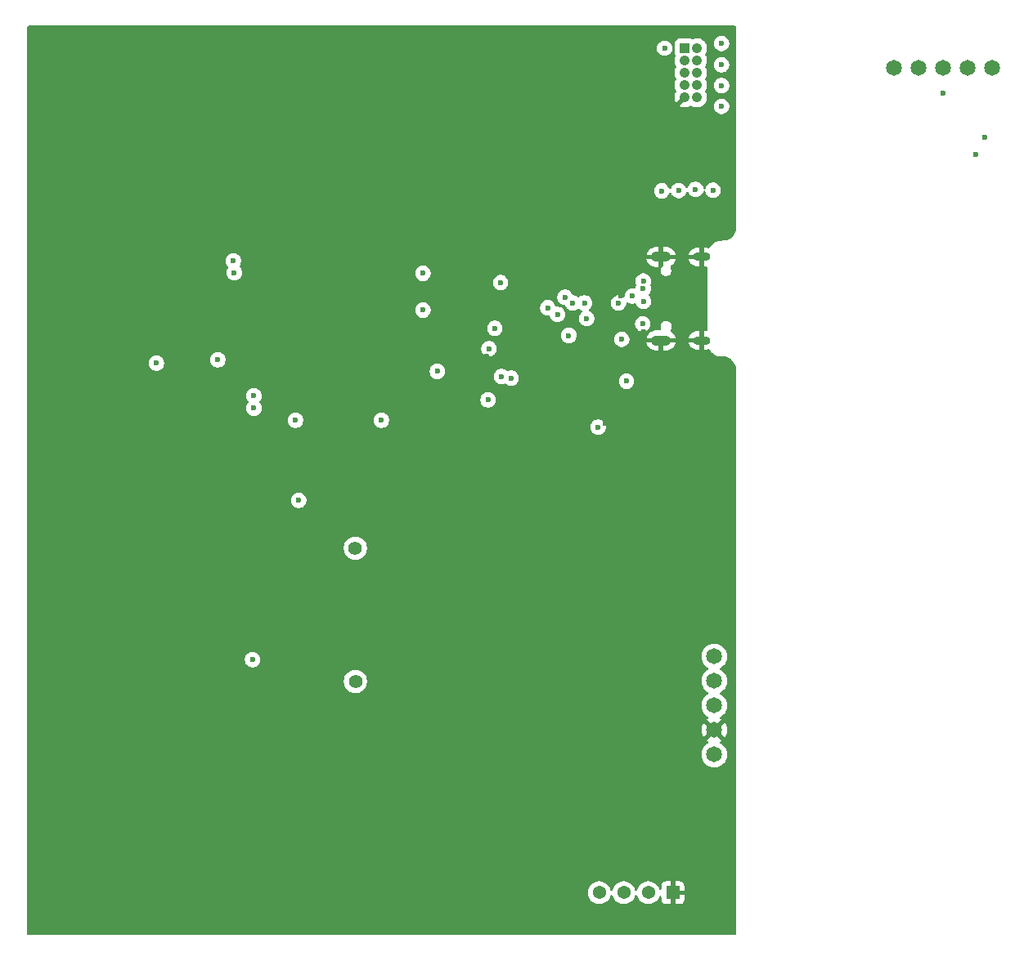
<source format=gbr>
%TF.GenerationSoftware,KiCad,Pcbnew,9.0.0*%
%TF.CreationDate,2025-08-27T14:40:58+09:00*%
%TF.ProjectId,MistFarm_PCB,4d697374-4661-4726-9d5f-5043422e6b69,rev?*%
%TF.SameCoordinates,Original*%
%TF.FileFunction,Copper,L3,Inr*%
%TF.FilePolarity,Positive*%
%FSLAX46Y46*%
G04 Gerber Fmt 4.6, Leading zero omitted, Abs format (unit mm)*
G04 Created by KiCad (PCBNEW 9.0.0) date 2025-08-27 14:40:58*
%MOMM*%
%LPD*%
G01*
G04 APERTURE LIST*
%TA.AperFunction,ComponentPad*%
%ADD10C,1.650000*%
%TD*%
%TA.AperFunction,ComponentPad*%
%ADD11R,1.050000X1.050000*%
%TD*%
%TA.AperFunction,ComponentPad*%
%ADD12C,1.050000*%
%TD*%
%TA.AperFunction,ComponentPad*%
%ADD13O,2.100000X1.050000*%
%TD*%
%TA.AperFunction,ComponentPad*%
%ADD14O,1.800000X0.900000*%
%TD*%
%TA.AperFunction,ComponentPad*%
%ADD15R,1.370000X1.370000*%
%TD*%
%TA.AperFunction,ComponentPad*%
%ADD16C,1.370000*%
%TD*%
%TA.AperFunction,HeatsinkPad*%
%ADD17C,0.600000*%
%TD*%
%TA.AperFunction,ViaPad*%
%ADD18C,0.600000*%
%TD*%
%TA.AperFunction,ViaPad*%
%ADD19C,1.400000*%
%TD*%
G04 APERTURE END LIST*
D10*
%TO.N,3.3V OUT*%
%TO.C,J4*%
X107680000Y-23970000D03*
%TO.N,GND*%
X110220000Y-23970000D03*
%TO.N,/ESP32 WROOM 32E/Temp_Sensor*%
X112760000Y-23970000D03*
%TO.N,/ESP32 WROOM 32E/I2C_SCL*%
X115300000Y-23970000D03*
%TO.N,/ESP32 WROOM 32E/I2C_SDL*%
X117840000Y-23970000D03*
%TD*%
D11*
%TO.N,3.3V OUT*%
%TO.C,J1*%
X86030000Y-21950000D03*
D12*
%TO.N,Net-(C3-Pad1)*%
X87300000Y-21950000D03*
%TO.N,GND*%
X86030000Y-23220000D03*
%TO.N,Net-(C4-Pad1)*%
X87300000Y-23220000D03*
%TO.N,GND*%
X86030000Y-24490000D03*
%TO.N,Net-(C5-Pad1)*%
X87300000Y-24490000D03*
%TO.N,unconnected-(J1-Pad7)*%
X86030000Y-25760000D03*
%TO.N,Net-(C6-Pad1)*%
X87300000Y-25760000D03*
%TO.N,GND*%
X86030000Y-27030000D03*
%TO.N,/ESP32 WROOM 32E/EN*%
X87300000Y-27030000D03*
%TD*%
D13*
%TO.N,GND*%
%TO.C,UART1*%
X83600000Y-52220000D03*
X83600000Y-43580000D03*
D14*
X87780000Y-52220000D03*
X87780000Y-43580000D03*
%TD*%
D15*
%TO.N,GND*%
%TO.C,J2*%
X84800000Y-109450000D03*
D16*
%TO.N,3.3V OUT*%
X82260000Y-109450000D03*
%TO.N,/ESP32 WROOM 32E/I2C_SCL*%
X79720000Y-109450000D03*
%TO.N,/ESP32 WROOM 32E/I2C_SDL*%
X77180000Y-109450000D03*
%TD*%
D17*
%TO.N,GND*%
%TO.C,U1*%
X47290000Y-49747900D03*
X47290000Y-51147900D03*
X47990000Y-49047900D03*
X47990000Y-50447900D03*
X47990000Y-51847900D03*
X48690000Y-49747900D03*
X48690000Y-51147900D03*
X49390000Y-49047900D03*
X49390000Y-50447900D03*
X49390000Y-51847900D03*
X50090000Y-49747900D03*
X50090000Y-51147900D03*
%TD*%
D10*
%TO.N,3.3V OUT*%
%TO.C,J3*%
X89090000Y-95130000D03*
%TO.N,GND*%
X89090000Y-92590000D03*
%TO.N,/ESP32 WROOM 32E/Temp_Sensor*%
X89090000Y-90050000D03*
%TO.N,/ESP32 WROOM 32E/I2C_SCL*%
X89090000Y-87510000D03*
%TO.N,/ESP32 WROOM 32E/I2C_SDL*%
X89090000Y-84970000D03*
%TD*%
D18*
%TO.N,GND*%
X81500000Y-44720000D03*
X39450000Y-42720000D03*
X29290000Y-58270000D03*
X77820000Y-59550000D03*
X73100000Y-55860000D03*
X72860000Y-43130000D03*
X73080000Y-57430000D03*
X54450000Y-46220000D03*
X69180803Y-50977401D03*
X72930000Y-61270000D03*
X81793908Y-51308137D03*
X26260000Y-42330000D03*
X77850000Y-60800000D03*
X72850000Y-59390000D03*
X44040000Y-64590000D03*
X65560000Y-53900000D03*
X79450000Y-47580000D03*
X61130000Y-42750000D03*
X73030000Y-63130000D03*
X84010000Y-26970000D03*
X65120000Y-48920000D03*
X29240000Y-56470000D03*
X84060000Y-24510000D03*
%TO.N,3.3V OUT*%
X39310000Y-43990000D03*
X72860000Y-49520000D03*
X31340000Y-54570000D03*
X77080000Y-61200000D03*
X83950000Y-21950000D03*
X80010000Y-56450000D03*
X46070000Y-68790000D03*
%TO.N,Net-(C3-Pad1)*%
X89843000Y-21450000D03*
%TO.N,Net-(C4-Pad1)*%
X89843000Y-23670000D03*
%TO.N,Net-(C5-Pad1)*%
X89843000Y-25820000D03*
%TO.N,/ESP32 WROOM 32E/I2C_SCL*%
X116140000Y-32940000D03*
X58940000Y-45267900D03*
%TO.N,/ESP32 WROOM 32E/I2C_SDL*%
X58940000Y-49077900D03*
X117130000Y-31180000D03*
%TO.N,Net-(C6-Pad1)*%
X89843000Y-27970000D03*
%TO.N,/ESP32 WROOM 32E/EN*%
X39410000Y-45190000D03*
X65775000Y-53090000D03*
%TO.N,Net-(U2-REGIN)*%
X74450000Y-48340000D03*
X75650000Y-48340000D03*
X74039737Y-51709210D03*
X71857500Y-48837500D03*
%TO.N,/ESP32 WROOM 32E/AC_TRIAC_Switching*%
X60420000Y-55430000D03*
X41290000Y-85290900D03*
D19*
%TO.N,Net-(D4-K)*%
X51940000Y-73737900D03*
X51950000Y-87557900D03*
D18*
%TO.N,/ESP32 WROOM 32E/Temp_Sensor*%
X37708000Y-54230000D03*
X112800000Y-26580000D03*
%TO.N,/ESP32 WROOM 32E/RTS*%
X68075000Y-56125000D03*
X66975000Y-46237500D03*
X65666948Y-58383392D03*
%TO.N,/ESP32 WROOM 32E/JTAG_MTDI*%
X83660000Y-36730000D03*
X41440000Y-59237900D03*
%TO.N,/ESP32 WROOM 32E/JTAG_MTDO*%
X85410000Y-36690000D03*
X54635000Y-60487900D03*
%TO.N,/ESP32 WROOM 32E/JTAG_MTCK*%
X45745000Y-60487900D03*
X87160000Y-36580000D03*
%TO.N,/ESP32 WROOM 32E/JTAG_MTMS*%
X88970000Y-36670000D03*
X41440000Y-57967900D03*
%TO.N,Net-(Q1A-B1)*%
X66375000Y-50970000D03*
X67065065Y-55963595D03*
%TO.N,Net-(U2-~{RST})*%
X75884265Y-49954265D03*
X73640000Y-47737500D03*
%TO.N,Net-(UART1-CC2)*%
X81751510Y-46070080D03*
X80636189Y-47627296D03*
%TO.N,Net-(U3-I{slash}O1-Pad1)*%
X79170000Y-48360000D03*
X81768699Y-48154624D03*
X81740000Y-46870000D03*
%TO.N,5A OUT*%
X79510000Y-52100000D03*
X81691859Y-50514670D03*
%TD*%
%TA.AperFunction,Conductor*%
%TO.N,GND*%
G36*
X91282539Y-19630185D02*
G01*
X91328294Y-19682989D01*
X91339500Y-19734500D01*
X91339500Y-40575124D01*
X91339118Y-40584853D01*
X91324143Y-40775123D01*
X91321099Y-40794341D01*
X91277687Y-40975168D01*
X91271674Y-40993674D01*
X91200506Y-41165486D01*
X91191672Y-41182823D01*
X91094507Y-41341382D01*
X91083070Y-41357124D01*
X90962293Y-41498535D01*
X90948535Y-41512293D01*
X90807124Y-41633070D01*
X90791382Y-41644507D01*
X90632823Y-41741672D01*
X90615486Y-41750506D01*
X90443674Y-41821674D01*
X90425168Y-41827687D01*
X90244341Y-41871099D01*
X90225123Y-41874143D01*
X90059394Y-41887186D01*
X90035322Y-41886736D01*
X89970604Y-41879199D01*
X89970591Y-41879198D01*
X89734556Y-41888021D01*
X89734540Y-41888023D01*
X89502608Y-41932797D01*
X89502602Y-41932798D01*
X89280231Y-42012473D01*
X89280224Y-42012476D01*
X89072624Y-42125186D01*
X88884677Y-42268283D01*
X88720790Y-42438410D01*
X88600143Y-42609794D01*
X88545456Y-42653282D01*
X88475940Y-42660301D01*
X88474556Y-42660033D01*
X88323570Y-42630000D01*
X88030000Y-42630000D01*
X88030000Y-43280000D01*
X87530000Y-43280000D01*
X87530000Y-42630000D01*
X87236430Y-42630000D01*
X87052902Y-42666506D01*
X87052894Y-42666508D01*
X86880008Y-42738119D01*
X86879999Y-42738124D01*
X86724410Y-42842086D01*
X86724406Y-42842089D01*
X86592089Y-42974406D01*
X86592086Y-42974410D01*
X86488124Y-43129999D01*
X86488119Y-43130008D01*
X86416507Y-43302896D01*
X86416506Y-43302899D01*
X86411115Y-43329999D01*
X86411116Y-43330000D01*
X87213012Y-43330000D01*
X87195795Y-43339940D01*
X87139940Y-43395795D01*
X87100444Y-43464204D01*
X87080000Y-43540504D01*
X87080000Y-43619496D01*
X87100444Y-43695796D01*
X87139940Y-43764205D01*
X87195795Y-43820060D01*
X87213012Y-43830000D01*
X86411116Y-43830000D01*
X86416506Y-43857100D01*
X86416507Y-43857103D01*
X86488119Y-44029991D01*
X86488124Y-44030000D01*
X86592086Y-44185589D01*
X86592089Y-44185593D01*
X86724406Y-44317910D01*
X86724410Y-44317913D01*
X86879999Y-44421875D01*
X86880008Y-44421880D01*
X87052894Y-44493491D01*
X87052902Y-44493493D01*
X87236428Y-44529999D01*
X87236431Y-44530000D01*
X87530000Y-44530000D01*
X87530000Y-43880000D01*
X88030000Y-43880000D01*
X88030000Y-44530000D01*
X88248551Y-44530000D01*
X88315590Y-44549685D01*
X88361345Y-44602489D01*
X88372551Y-44653998D01*
X88372651Y-51145998D01*
X88352967Y-51213038D01*
X88300164Y-51258794D01*
X88248651Y-51270000D01*
X88030000Y-51270000D01*
X88030000Y-51920000D01*
X87530000Y-51920000D01*
X87530000Y-51270000D01*
X87236430Y-51270000D01*
X87052902Y-51306506D01*
X87052894Y-51306508D01*
X86880008Y-51378119D01*
X86879999Y-51378124D01*
X86724410Y-51482086D01*
X86724406Y-51482089D01*
X86592089Y-51614406D01*
X86592086Y-51614410D01*
X86488124Y-51769999D01*
X86488119Y-51770008D01*
X86416507Y-51942896D01*
X86416506Y-51942899D01*
X86411115Y-51969999D01*
X86411116Y-51970000D01*
X87213012Y-51970000D01*
X87195795Y-51979940D01*
X87139940Y-52035795D01*
X87100444Y-52104204D01*
X87080000Y-52180504D01*
X87080000Y-52259496D01*
X87100444Y-52335796D01*
X87139940Y-52404205D01*
X87195795Y-52460060D01*
X87213012Y-52470000D01*
X86411116Y-52470000D01*
X86416506Y-52497100D01*
X86416507Y-52497103D01*
X86488119Y-52669991D01*
X86488124Y-52670000D01*
X86592086Y-52825589D01*
X86592089Y-52825593D01*
X86724406Y-52957910D01*
X86724410Y-52957913D01*
X86879999Y-53061875D01*
X86880008Y-53061880D01*
X87052894Y-53133491D01*
X87052902Y-53133493D01*
X87236428Y-53169999D01*
X87236431Y-53170000D01*
X87530000Y-53170000D01*
X87530000Y-52520000D01*
X88030000Y-52520000D01*
X88030000Y-53170000D01*
X88323569Y-53170000D01*
X88323571Y-53169999D01*
X88487093Y-53137473D01*
X88556684Y-53143700D01*
X88611862Y-53186563D01*
X88612681Y-53187713D01*
X88720911Y-53341462D01*
X88720916Y-53341468D01*
X88755881Y-53377764D01*
X88884800Y-53511592D01*
X88884808Y-53511598D01*
X89072741Y-53654683D01*
X89072749Y-53654688D01*
X89072753Y-53654691D01*
X89280359Y-53767401D01*
X89502745Y-53847077D01*
X89734691Y-53891849D01*
X89970755Y-53900665D01*
X90035453Y-53893127D01*
X90059525Y-53892677D01*
X90225260Y-53905724D01*
X90244466Y-53908767D01*
X90425292Y-53952182D01*
X90443791Y-53958192D01*
X90615620Y-54029368D01*
X90632946Y-54038197D01*
X90791513Y-54135367D01*
X90807248Y-54146799D01*
X90877956Y-54207191D01*
X90948662Y-54267581D01*
X90962418Y-54281337D01*
X91083197Y-54422748D01*
X91094633Y-54438488D01*
X91139206Y-54511224D01*
X91191800Y-54597049D01*
X91200634Y-54614385D01*
X91271806Y-54786205D01*
X91277818Y-54804710D01*
X91321231Y-54985527D01*
X91324276Y-55004746D01*
X91339252Y-55195006D01*
X91339634Y-55204736D01*
X91339501Y-113725500D01*
X91319816Y-113792540D01*
X91267012Y-113838294D01*
X91215501Y-113849500D01*
X18104500Y-113849500D01*
X18037461Y-113829815D01*
X17991706Y-113777011D01*
X17980500Y-113725500D01*
X17980500Y-109356699D01*
X75994500Y-109356699D01*
X75994500Y-109543300D01*
X76023691Y-109727606D01*
X76023691Y-109727609D01*
X76081352Y-109905071D01*
X76081354Y-109905074D01*
X76166069Y-110071338D01*
X76275751Y-110222302D01*
X76407698Y-110354249D01*
X76558662Y-110463931D01*
X76724926Y-110548646D01*
X76724928Y-110548647D01*
X76902391Y-110606308D01*
X76902392Y-110606308D01*
X76902395Y-110606309D01*
X77086699Y-110635500D01*
X77086700Y-110635500D01*
X77273300Y-110635500D01*
X77273301Y-110635500D01*
X77457605Y-110606309D01*
X77457608Y-110606308D01*
X77457609Y-110606308D01*
X77635071Y-110548647D01*
X77635071Y-110548646D01*
X77635074Y-110548646D01*
X77801338Y-110463931D01*
X77952302Y-110354249D01*
X78084249Y-110222302D01*
X78193931Y-110071338D01*
X78278646Y-109905074D01*
X78293908Y-109858102D01*
X78332069Y-109740656D01*
X78371506Y-109682980D01*
X78435865Y-109655782D01*
X78504711Y-109667697D01*
X78556187Y-109714941D01*
X78567931Y-109740656D01*
X78621352Y-109905071D01*
X78621354Y-109905074D01*
X78706069Y-110071338D01*
X78815751Y-110222302D01*
X78947698Y-110354249D01*
X79098662Y-110463931D01*
X79264926Y-110548646D01*
X79264928Y-110548647D01*
X79442391Y-110606308D01*
X79442392Y-110606308D01*
X79442395Y-110606309D01*
X79626699Y-110635500D01*
X79626700Y-110635500D01*
X79813300Y-110635500D01*
X79813301Y-110635500D01*
X79997605Y-110606309D01*
X79997608Y-110606308D01*
X79997609Y-110606308D01*
X80175071Y-110548647D01*
X80175071Y-110548646D01*
X80175074Y-110548646D01*
X80341338Y-110463931D01*
X80492302Y-110354249D01*
X80624249Y-110222302D01*
X80733931Y-110071338D01*
X80818646Y-109905074D01*
X80833908Y-109858102D01*
X80872069Y-109740656D01*
X80911506Y-109682980D01*
X80975865Y-109655782D01*
X81044711Y-109667697D01*
X81096187Y-109714941D01*
X81107931Y-109740656D01*
X81161352Y-109905071D01*
X81161354Y-109905074D01*
X81246069Y-110071338D01*
X81355751Y-110222302D01*
X81487698Y-110354249D01*
X81638662Y-110463931D01*
X81804926Y-110548646D01*
X81804928Y-110548647D01*
X81982391Y-110606308D01*
X81982392Y-110606308D01*
X81982395Y-110606309D01*
X82166699Y-110635500D01*
X82166700Y-110635500D01*
X82353300Y-110635500D01*
X82353301Y-110635500D01*
X82537605Y-110606309D01*
X82537608Y-110606308D01*
X82537609Y-110606308D01*
X82715071Y-110548647D01*
X82715071Y-110548646D01*
X82715074Y-110548646D01*
X82881338Y-110463931D01*
X83032302Y-110354249D01*
X83164249Y-110222302D01*
X83273931Y-110071338D01*
X83358646Y-109905074D01*
X83373069Y-109860685D01*
X83412506Y-109803010D01*
X83476865Y-109775811D01*
X83545711Y-109787725D01*
X83597187Y-109834969D01*
X83615000Y-109899003D01*
X83615000Y-110182844D01*
X83621401Y-110242372D01*
X83621403Y-110242379D01*
X83671645Y-110377086D01*
X83671649Y-110377093D01*
X83757809Y-110492187D01*
X83757812Y-110492190D01*
X83872906Y-110578350D01*
X83872913Y-110578354D01*
X84007620Y-110628596D01*
X84007627Y-110628598D01*
X84067155Y-110634999D01*
X84067172Y-110635000D01*
X84550000Y-110635000D01*
X84550000Y-109894560D01*
X84603147Y-109925245D01*
X84732857Y-109960000D01*
X84867143Y-109960000D01*
X84996853Y-109925245D01*
X85050000Y-109894560D01*
X85050000Y-110635000D01*
X85532828Y-110635000D01*
X85532844Y-110634999D01*
X85592372Y-110628598D01*
X85592379Y-110628596D01*
X85727086Y-110578354D01*
X85727093Y-110578350D01*
X85842187Y-110492190D01*
X85842190Y-110492187D01*
X85928350Y-110377093D01*
X85928354Y-110377086D01*
X85978596Y-110242379D01*
X85978598Y-110242372D01*
X85984999Y-110182844D01*
X85985000Y-110182827D01*
X85985000Y-109700000D01*
X85244560Y-109700000D01*
X85275245Y-109646853D01*
X85310000Y-109517143D01*
X85310000Y-109382857D01*
X85275245Y-109253147D01*
X85244560Y-109200000D01*
X85985000Y-109200000D01*
X85985000Y-108717172D01*
X85984999Y-108717155D01*
X85978598Y-108657627D01*
X85978596Y-108657620D01*
X85928354Y-108522913D01*
X85928350Y-108522906D01*
X85842190Y-108407812D01*
X85842187Y-108407809D01*
X85727093Y-108321649D01*
X85727086Y-108321645D01*
X85592379Y-108271403D01*
X85592372Y-108271401D01*
X85532844Y-108265000D01*
X85050000Y-108265000D01*
X85050000Y-109005439D01*
X84996853Y-108974755D01*
X84867143Y-108940000D01*
X84732857Y-108940000D01*
X84603147Y-108974755D01*
X84550000Y-109005439D01*
X84550000Y-108265000D01*
X84067155Y-108265000D01*
X84007627Y-108271401D01*
X84007620Y-108271403D01*
X83872913Y-108321645D01*
X83872906Y-108321649D01*
X83757812Y-108407809D01*
X83757809Y-108407812D01*
X83671649Y-108522906D01*
X83671645Y-108522913D01*
X83621403Y-108657620D01*
X83621401Y-108657627D01*
X83615000Y-108717155D01*
X83615000Y-109000996D01*
X83595315Y-109068035D01*
X83542511Y-109113790D01*
X83473353Y-109123734D01*
X83409797Y-109094709D01*
X83373069Y-109039314D01*
X83358647Y-108994928D01*
X83358645Y-108994925D01*
X83273930Y-108828661D01*
X83164249Y-108677698D01*
X83032302Y-108545751D01*
X82881338Y-108436069D01*
X82715074Y-108351354D01*
X82715071Y-108351352D01*
X82537608Y-108293691D01*
X82396872Y-108271401D01*
X82353301Y-108264500D01*
X82166699Y-108264500D01*
X82105264Y-108274230D01*
X81982393Y-108293691D01*
X81982390Y-108293691D01*
X81804928Y-108351352D01*
X81804925Y-108351354D01*
X81638661Y-108436069D01*
X81552531Y-108498646D01*
X81487698Y-108545751D01*
X81487696Y-108545753D01*
X81487695Y-108545753D01*
X81355753Y-108677695D01*
X81355753Y-108677696D01*
X81355751Y-108677698D01*
X81308646Y-108742531D01*
X81246069Y-108828661D01*
X81161354Y-108994925D01*
X81161352Y-108994928D01*
X81107931Y-109159343D01*
X81068493Y-109217019D01*
X81004135Y-109244217D01*
X80935288Y-109232302D01*
X80883813Y-109185058D01*
X80872069Y-109159343D01*
X80818647Y-108994928D01*
X80818645Y-108994925D01*
X80733930Y-108828661D01*
X80624249Y-108677698D01*
X80492302Y-108545751D01*
X80341338Y-108436069D01*
X80175074Y-108351354D01*
X80175071Y-108351352D01*
X79997608Y-108293691D01*
X79856872Y-108271401D01*
X79813301Y-108264500D01*
X79626699Y-108264500D01*
X79565264Y-108274230D01*
X79442393Y-108293691D01*
X79442390Y-108293691D01*
X79264928Y-108351352D01*
X79264925Y-108351354D01*
X79098661Y-108436069D01*
X79012531Y-108498646D01*
X78947698Y-108545751D01*
X78947696Y-108545753D01*
X78947695Y-108545753D01*
X78815753Y-108677695D01*
X78815753Y-108677696D01*
X78815751Y-108677698D01*
X78768646Y-108742531D01*
X78706069Y-108828661D01*
X78621354Y-108994925D01*
X78621352Y-108994928D01*
X78567931Y-109159343D01*
X78528493Y-109217019D01*
X78464135Y-109244217D01*
X78395288Y-109232302D01*
X78343813Y-109185058D01*
X78332069Y-109159343D01*
X78278647Y-108994928D01*
X78278645Y-108994925D01*
X78193930Y-108828661D01*
X78084249Y-108677698D01*
X77952302Y-108545751D01*
X77801338Y-108436069D01*
X77635074Y-108351354D01*
X77635071Y-108351352D01*
X77457608Y-108293691D01*
X77316872Y-108271401D01*
X77273301Y-108264500D01*
X77086699Y-108264500D01*
X77025264Y-108274230D01*
X76902393Y-108293691D01*
X76902390Y-108293691D01*
X76724928Y-108351352D01*
X76724925Y-108351354D01*
X76558661Y-108436069D01*
X76472531Y-108498646D01*
X76407698Y-108545751D01*
X76407696Y-108545753D01*
X76407695Y-108545753D01*
X76275753Y-108677695D01*
X76275753Y-108677696D01*
X76275751Y-108677698D01*
X76228646Y-108742531D01*
X76166069Y-108828661D01*
X76081354Y-108994925D01*
X76081352Y-108994928D01*
X76023691Y-109172390D01*
X76023691Y-109172393D01*
X75994500Y-109356699D01*
X17980500Y-109356699D01*
X17980500Y-87463413D01*
X50749500Y-87463413D01*
X50749500Y-87652386D01*
X50779059Y-87839018D01*
X50837454Y-88018736D01*
X50923240Y-88187099D01*
X51034310Y-88339973D01*
X51167927Y-88473590D01*
X51320801Y-88584660D01*
X51400347Y-88625190D01*
X51489163Y-88670445D01*
X51489165Y-88670445D01*
X51489168Y-88670447D01*
X51585497Y-88701746D01*
X51668881Y-88728840D01*
X51855514Y-88758400D01*
X51855519Y-88758400D01*
X52044486Y-88758400D01*
X52231118Y-88728840D01*
X52293548Y-88708555D01*
X52410832Y-88670447D01*
X52579199Y-88584660D01*
X52732073Y-88473590D01*
X52865690Y-88339973D01*
X52976760Y-88187099D01*
X53062547Y-88018732D01*
X53120940Y-87839018D01*
X53123891Y-87820389D01*
X53150500Y-87652386D01*
X53150500Y-87463413D01*
X53120940Y-87276781D01*
X53062545Y-87097063D01*
X52976759Y-86928700D01*
X52865690Y-86775827D01*
X52732073Y-86642210D01*
X52579199Y-86531140D01*
X52410836Y-86445354D01*
X52231118Y-86386959D01*
X52044486Y-86357400D01*
X52044481Y-86357400D01*
X51855519Y-86357400D01*
X51855514Y-86357400D01*
X51668881Y-86386959D01*
X51489163Y-86445354D01*
X51320800Y-86531140D01*
X51233579Y-86594510D01*
X51167927Y-86642210D01*
X51167925Y-86642212D01*
X51167924Y-86642212D01*
X51034312Y-86775824D01*
X51034312Y-86775825D01*
X51034310Y-86775827D01*
X51005642Y-86815285D01*
X50923240Y-86928700D01*
X50837454Y-87097063D01*
X50779059Y-87276781D01*
X50749500Y-87463413D01*
X17980500Y-87463413D01*
X17980500Y-85212053D01*
X40489500Y-85212053D01*
X40489500Y-85369746D01*
X40520261Y-85524389D01*
X40520264Y-85524401D01*
X40580602Y-85670072D01*
X40580609Y-85670085D01*
X40668210Y-85801188D01*
X40668213Y-85801192D01*
X40779707Y-85912686D01*
X40779711Y-85912689D01*
X40910814Y-86000290D01*
X40910827Y-86000297D01*
X41056498Y-86060635D01*
X41056503Y-86060637D01*
X41211153Y-86091399D01*
X41211156Y-86091400D01*
X41211158Y-86091400D01*
X41368844Y-86091400D01*
X41368845Y-86091399D01*
X41523497Y-86060637D01*
X41669179Y-86000294D01*
X41800289Y-85912689D01*
X41911789Y-85801189D01*
X41999394Y-85670079D01*
X42059737Y-85524397D01*
X42090500Y-85369742D01*
X42090500Y-85212058D01*
X42090500Y-85212055D01*
X42090499Y-85212053D01*
X42059737Y-85057403D01*
X42059735Y-85057398D01*
X41999395Y-84911723D01*
X41999390Y-84911714D01*
X41968627Y-84865675D01*
X87764500Y-84865675D01*
X87764500Y-85074324D01*
X87797137Y-85280389D01*
X87861612Y-85478820D01*
X87956330Y-85664714D01*
X88078965Y-85833505D01*
X88226495Y-85981035D01*
X88395286Y-86103670D01*
X88442271Y-86127610D01*
X88446010Y-86129515D01*
X88496806Y-86177490D01*
X88513601Y-86245310D01*
X88491064Y-86311445D01*
X88446010Y-86350485D01*
X88395285Y-86376330D01*
X88226493Y-86498966D01*
X88078966Y-86646493D01*
X87956330Y-86815285D01*
X87861612Y-87001179D01*
X87797137Y-87199610D01*
X87764500Y-87405675D01*
X87764500Y-87614324D01*
X87797137Y-87820389D01*
X87861612Y-88018820D01*
X87947355Y-88187099D01*
X87956330Y-88204714D01*
X88078965Y-88373505D01*
X88226495Y-88521035D01*
X88395286Y-88643670D01*
X88442271Y-88667610D01*
X88446010Y-88669515D01*
X88496806Y-88717490D01*
X88513601Y-88785310D01*
X88491064Y-88851445D01*
X88446010Y-88890485D01*
X88395285Y-88916330D01*
X88226493Y-89038966D01*
X88078966Y-89186493D01*
X87956330Y-89355285D01*
X87861612Y-89541179D01*
X87797137Y-89739610D01*
X87764500Y-89945675D01*
X87764500Y-90154324D01*
X87797137Y-90360389D01*
X87861612Y-90558820D01*
X87956330Y-90744714D01*
X88078965Y-90913505D01*
X88226495Y-91061035D01*
X88339022Y-91142791D01*
X88395287Y-91183671D01*
X88446561Y-91209796D01*
X88497358Y-91257770D01*
X88514153Y-91325591D01*
X88491616Y-91391726D01*
X88446563Y-91430765D01*
X88395555Y-91456755D01*
X88346180Y-91492627D01*
X88919766Y-92066212D01*
X88877708Y-92077482D01*
X88752292Y-92149890D01*
X88649890Y-92252292D01*
X88577482Y-92377708D01*
X88566212Y-92419765D01*
X87992627Y-91846180D01*
X87956757Y-91895552D01*
X87862075Y-92081372D01*
X87797626Y-92279727D01*
X87765000Y-92485720D01*
X87765000Y-92694279D01*
X87797626Y-92900272D01*
X87862075Y-93098627D01*
X87956759Y-93284451D01*
X87992627Y-93333818D01*
X87992627Y-93333819D01*
X88566212Y-92760233D01*
X88577482Y-92802292D01*
X88649890Y-92927708D01*
X88752292Y-93030110D01*
X88877708Y-93102518D01*
X88919765Y-93113787D01*
X88346179Y-93687371D01*
X88346180Y-93687372D01*
X88395543Y-93723236D01*
X88395561Y-93723247D01*
X88446561Y-93749233D01*
X88497358Y-93797207D01*
X88514153Y-93865028D01*
X88491616Y-93931163D01*
X88446563Y-93970202D01*
X88395288Y-93996328D01*
X88226493Y-94118966D01*
X88078966Y-94266493D01*
X87956330Y-94435285D01*
X87861612Y-94621179D01*
X87797137Y-94819610D01*
X87764500Y-95025675D01*
X87764500Y-95234324D01*
X87797137Y-95440389D01*
X87861612Y-95638820D01*
X87956330Y-95824714D01*
X88078965Y-95993505D01*
X88226495Y-96141035D01*
X88395286Y-96263670D01*
X88483116Y-96308421D01*
X88581179Y-96358387D01*
X88581181Y-96358387D01*
X88581184Y-96358389D01*
X88687545Y-96392948D01*
X88779610Y-96422862D01*
X88985676Y-96455500D01*
X88985681Y-96455500D01*
X89194324Y-96455500D01*
X89400389Y-96422862D01*
X89598816Y-96358389D01*
X89784714Y-96263670D01*
X89953505Y-96141035D01*
X90101035Y-95993505D01*
X90223670Y-95824714D01*
X90318389Y-95638816D01*
X90382862Y-95440389D01*
X90415500Y-95234324D01*
X90415500Y-95025675D01*
X90382862Y-94819610D01*
X90318387Y-94621179D01*
X90223669Y-94435285D01*
X90101035Y-94266495D01*
X89953505Y-94118965D01*
X89784714Y-93996330D01*
X89784710Y-93996328D01*
X89733437Y-93970203D01*
X89682641Y-93922228D01*
X89665846Y-93854407D01*
X89688384Y-93788272D01*
X89733438Y-93749233D01*
X89784448Y-93723242D01*
X89784449Y-93723242D01*
X89833818Y-93687372D01*
X89833818Y-93687371D01*
X89260234Y-93113787D01*
X89302292Y-93102518D01*
X89427708Y-93030110D01*
X89530110Y-92927708D01*
X89602518Y-92802292D01*
X89613787Y-92760234D01*
X90187371Y-93333818D01*
X90187372Y-93333818D01*
X90223240Y-93284451D01*
X90317924Y-93098627D01*
X90382373Y-92900272D01*
X90415000Y-92694279D01*
X90415000Y-92485720D01*
X90382373Y-92279727D01*
X90317924Y-92081372D01*
X90223244Y-91895556D01*
X90223236Y-91895543D01*
X90187372Y-91846180D01*
X90187371Y-91846179D01*
X89613787Y-92419764D01*
X89602518Y-92377708D01*
X89530110Y-92252292D01*
X89427708Y-92149890D01*
X89302292Y-92077482D01*
X89260233Y-92066212D01*
X89833819Y-91492627D01*
X89784451Y-91456759D01*
X89733437Y-91430766D01*
X89682641Y-91382791D01*
X89665846Y-91314970D01*
X89688384Y-91248835D01*
X89733438Y-91209796D01*
X89784712Y-91183671D01*
X89784711Y-91183671D01*
X89784714Y-91183670D01*
X89953505Y-91061035D01*
X90101035Y-90913505D01*
X90223670Y-90744714D01*
X90318389Y-90558816D01*
X90382862Y-90360389D01*
X90415500Y-90154324D01*
X90415500Y-89945675D01*
X90382862Y-89739610D01*
X90318387Y-89541179D01*
X90223669Y-89355285D01*
X90101035Y-89186495D01*
X89953505Y-89038965D01*
X89897241Y-88998086D01*
X89784712Y-88916328D01*
X89733990Y-88890485D01*
X89683194Y-88842511D01*
X89666398Y-88774690D01*
X89688935Y-88708555D01*
X89733990Y-88669515D01*
X89784712Y-88643671D01*
X89784711Y-88643671D01*
X89784714Y-88643670D01*
X89953505Y-88521035D01*
X90101035Y-88373505D01*
X90223670Y-88204714D01*
X90318389Y-88018816D01*
X90382862Y-87820389D01*
X90409472Y-87652381D01*
X90415500Y-87614324D01*
X90415500Y-87405675D01*
X90382862Y-87199610D01*
X90318387Y-87001179D01*
X90223669Y-86815285D01*
X90195001Y-86775827D01*
X90101035Y-86646495D01*
X89953505Y-86498965D01*
X89897241Y-86458086D01*
X89784712Y-86376328D01*
X89733990Y-86350485D01*
X89683194Y-86302511D01*
X89666398Y-86234690D01*
X89688935Y-86168555D01*
X89733990Y-86129515D01*
X89784712Y-86103671D01*
X89784711Y-86103671D01*
X89784714Y-86103670D01*
X89953505Y-85981035D01*
X90101035Y-85833505D01*
X90223670Y-85664714D01*
X90318389Y-85478816D01*
X90382862Y-85280389D01*
X90415500Y-85074324D01*
X90415500Y-84865675D01*
X90382862Y-84659610D01*
X90318387Y-84461179D01*
X90223669Y-84275285D01*
X90101035Y-84106495D01*
X89953505Y-83958965D01*
X89784714Y-83836330D01*
X89598820Y-83741612D01*
X89400389Y-83677137D01*
X89194324Y-83644500D01*
X89194319Y-83644500D01*
X88985681Y-83644500D01*
X88985676Y-83644500D01*
X88779610Y-83677137D01*
X88581179Y-83741612D01*
X88395285Y-83836330D01*
X88226493Y-83958966D01*
X88078966Y-84106493D01*
X87956330Y-84275285D01*
X87861612Y-84461179D01*
X87797137Y-84659610D01*
X87764500Y-84865675D01*
X41968627Y-84865675D01*
X41911789Y-84780611D01*
X41911786Y-84780607D01*
X41800292Y-84669113D01*
X41800288Y-84669110D01*
X41669185Y-84581509D01*
X41669172Y-84581502D01*
X41523501Y-84521164D01*
X41523489Y-84521161D01*
X41368845Y-84490400D01*
X41368842Y-84490400D01*
X41211158Y-84490400D01*
X41211155Y-84490400D01*
X41056510Y-84521161D01*
X41056498Y-84521164D01*
X40910827Y-84581502D01*
X40910814Y-84581509D01*
X40779711Y-84669110D01*
X40779707Y-84669113D01*
X40668213Y-84780607D01*
X40668210Y-84780611D01*
X40580609Y-84911714D01*
X40580602Y-84911727D01*
X40520264Y-85057398D01*
X40520261Y-85057410D01*
X40489500Y-85212053D01*
X17980500Y-85212053D01*
X17980500Y-73643413D01*
X50739500Y-73643413D01*
X50739500Y-73832386D01*
X50769059Y-74019018D01*
X50827454Y-74198736D01*
X50913240Y-74367099D01*
X51024310Y-74519973D01*
X51157927Y-74653590D01*
X51310801Y-74764660D01*
X51390347Y-74805190D01*
X51479163Y-74850445D01*
X51479165Y-74850445D01*
X51479168Y-74850447D01*
X51575497Y-74881746D01*
X51658881Y-74908840D01*
X51845514Y-74938400D01*
X51845519Y-74938400D01*
X52034486Y-74938400D01*
X52221118Y-74908840D01*
X52400832Y-74850447D01*
X52569199Y-74764660D01*
X52722073Y-74653590D01*
X52855690Y-74519973D01*
X52966760Y-74367099D01*
X53052547Y-74198732D01*
X53110940Y-74019018D01*
X53140500Y-73832386D01*
X53140500Y-73643413D01*
X53110940Y-73456781D01*
X53052545Y-73277063D01*
X52966759Y-73108700D01*
X52855690Y-72955827D01*
X52722073Y-72822210D01*
X52569199Y-72711140D01*
X52400836Y-72625354D01*
X52221118Y-72566959D01*
X52034486Y-72537400D01*
X52034481Y-72537400D01*
X51845519Y-72537400D01*
X51845514Y-72537400D01*
X51658881Y-72566959D01*
X51479163Y-72625354D01*
X51310800Y-72711140D01*
X51223579Y-72774510D01*
X51157927Y-72822210D01*
X51157925Y-72822212D01*
X51157924Y-72822212D01*
X51024312Y-72955824D01*
X51024312Y-72955825D01*
X51024310Y-72955827D01*
X50976610Y-73021479D01*
X50913240Y-73108700D01*
X50827454Y-73277063D01*
X50769059Y-73456781D01*
X50739500Y-73643413D01*
X17980500Y-73643413D01*
X17980500Y-68711153D01*
X45269500Y-68711153D01*
X45269500Y-68868846D01*
X45300261Y-69023489D01*
X45300264Y-69023501D01*
X45360602Y-69169172D01*
X45360609Y-69169185D01*
X45448210Y-69300288D01*
X45448213Y-69300292D01*
X45559707Y-69411786D01*
X45559711Y-69411789D01*
X45690814Y-69499390D01*
X45690827Y-69499397D01*
X45836498Y-69559735D01*
X45836503Y-69559737D01*
X45991153Y-69590499D01*
X45991156Y-69590500D01*
X45991158Y-69590500D01*
X46148844Y-69590500D01*
X46148845Y-69590499D01*
X46303497Y-69559737D01*
X46449179Y-69499394D01*
X46580289Y-69411789D01*
X46691789Y-69300289D01*
X46779394Y-69169179D01*
X46839737Y-69023497D01*
X46870500Y-68868842D01*
X46870500Y-68711158D01*
X46870500Y-68711155D01*
X46870499Y-68711153D01*
X46839738Y-68556510D01*
X46839737Y-68556503D01*
X46839735Y-68556498D01*
X46779397Y-68410827D01*
X46779390Y-68410814D01*
X46691789Y-68279711D01*
X46691786Y-68279707D01*
X46580292Y-68168213D01*
X46580288Y-68168210D01*
X46449185Y-68080609D01*
X46449172Y-68080602D01*
X46303501Y-68020264D01*
X46303489Y-68020261D01*
X46148845Y-67989500D01*
X46148842Y-67989500D01*
X45991158Y-67989500D01*
X45991155Y-67989500D01*
X45836510Y-68020261D01*
X45836498Y-68020264D01*
X45690827Y-68080602D01*
X45690814Y-68080609D01*
X45559711Y-68168210D01*
X45559707Y-68168213D01*
X45448213Y-68279707D01*
X45448210Y-68279711D01*
X45360609Y-68410814D01*
X45360602Y-68410827D01*
X45300264Y-68556498D01*
X45300261Y-68556510D01*
X45269500Y-68711153D01*
X17980500Y-68711153D01*
X17980500Y-60409053D01*
X44944500Y-60409053D01*
X44944500Y-60566746D01*
X44975261Y-60721389D01*
X44975264Y-60721401D01*
X45035602Y-60867072D01*
X45035609Y-60867085D01*
X45123210Y-60998188D01*
X45123213Y-60998192D01*
X45234707Y-61109686D01*
X45234711Y-61109689D01*
X45365814Y-61197290D01*
X45365827Y-61197297D01*
X45511498Y-61257635D01*
X45511503Y-61257637D01*
X45666153Y-61288399D01*
X45666156Y-61288400D01*
X45666158Y-61288400D01*
X45823844Y-61288400D01*
X45823845Y-61288399D01*
X45978497Y-61257637D01*
X46124179Y-61197294D01*
X46255289Y-61109689D01*
X46366789Y-60998189D01*
X46454394Y-60867079D01*
X46514737Y-60721397D01*
X46545500Y-60566742D01*
X46545500Y-60409058D01*
X46545500Y-60409055D01*
X46545499Y-60409053D01*
X53834500Y-60409053D01*
X53834500Y-60566746D01*
X53865261Y-60721389D01*
X53865264Y-60721401D01*
X53925602Y-60867072D01*
X53925609Y-60867085D01*
X54013210Y-60998188D01*
X54013213Y-60998192D01*
X54124707Y-61109686D01*
X54124711Y-61109689D01*
X54255814Y-61197290D01*
X54255827Y-61197297D01*
X54401498Y-61257635D01*
X54401503Y-61257637D01*
X54556153Y-61288399D01*
X54556156Y-61288400D01*
X54556158Y-61288400D01*
X54713844Y-61288400D01*
X54713845Y-61288399D01*
X54868497Y-61257637D01*
X55014179Y-61197294D01*
X55128132Y-61121153D01*
X76279500Y-61121153D01*
X76279500Y-61278846D01*
X76310261Y-61433489D01*
X76310264Y-61433501D01*
X76370602Y-61579172D01*
X76370609Y-61579185D01*
X76458210Y-61710288D01*
X76458213Y-61710292D01*
X76569707Y-61821786D01*
X76569711Y-61821789D01*
X76700814Y-61909390D01*
X76700827Y-61909397D01*
X76846498Y-61969735D01*
X76846503Y-61969737D01*
X77001153Y-62000499D01*
X77001156Y-62000500D01*
X77001158Y-62000500D01*
X77158844Y-62000500D01*
X77158845Y-62000499D01*
X77313497Y-61969737D01*
X77459179Y-61909394D01*
X77590289Y-61821789D01*
X77701789Y-61710289D01*
X77789394Y-61579179D01*
X77849737Y-61433497D01*
X77880500Y-61278842D01*
X77880500Y-61121158D01*
X77880500Y-61121155D01*
X77880499Y-61121153D01*
X77856040Y-60998192D01*
X77849737Y-60966503D01*
X77808552Y-60867072D01*
X77789397Y-60820827D01*
X77789390Y-60820814D01*
X77701789Y-60689711D01*
X77701786Y-60689707D01*
X77590292Y-60578213D01*
X77590288Y-60578210D01*
X77459185Y-60490609D01*
X77459172Y-60490602D01*
X77313501Y-60430264D01*
X77313489Y-60430261D01*
X77158845Y-60399500D01*
X77158842Y-60399500D01*
X77001158Y-60399500D01*
X77001155Y-60399500D01*
X76846510Y-60430261D01*
X76846498Y-60430264D01*
X76700827Y-60490602D01*
X76700814Y-60490609D01*
X76569711Y-60578210D01*
X76569707Y-60578213D01*
X76458213Y-60689707D01*
X76458210Y-60689711D01*
X76370609Y-60820814D01*
X76370602Y-60820827D01*
X76310264Y-60966498D01*
X76310261Y-60966510D01*
X76279500Y-61121153D01*
X55128132Y-61121153D01*
X55145289Y-61109689D01*
X55145292Y-61109686D01*
X55227594Y-61027385D01*
X55256786Y-60998192D01*
X55256789Y-60998189D01*
X55344394Y-60867079D01*
X55404737Y-60721397D01*
X55435500Y-60566742D01*
X55435500Y-60409058D01*
X55435500Y-60409055D01*
X55435499Y-60409053D01*
X55404738Y-60254410D01*
X55404737Y-60254403D01*
X55404735Y-60254398D01*
X55344397Y-60108727D01*
X55344390Y-60108714D01*
X55256789Y-59977611D01*
X55256786Y-59977607D01*
X55145292Y-59866113D01*
X55145288Y-59866110D01*
X55014185Y-59778509D01*
X55014172Y-59778502D01*
X54868501Y-59718164D01*
X54868489Y-59718161D01*
X54713845Y-59687400D01*
X54713842Y-59687400D01*
X54556158Y-59687400D01*
X54556155Y-59687400D01*
X54401510Y-59718161D01*
X54401498Y-59718164D01*
X54255827Y-59778502D01*
X54255814Y-59778509D01*
X54124711Y-59866110D01*
X54124707Y-59866113D01*
X54013213Y-59977607D01*
X54013210Y-59977611D01*
X53925609Y-60108714D01*
X53925602Y-60108727D01*
X53865264Y-60254398D01*
X53865261Y-60254410D01*
X53834500Y-60409053D01*
X46545499Y-60409053D01*
X46514738Y-60254410D01*
X46514737Y-60254403D01*
X46514735Y-60254398D01*
X46454397Y-60108727D01*
X46454390Y-60108714D01*
X46366789Y-59977611D01*
X46366786Y-59977607D01*
X46255292Y-59866113D01*
X46255288Y-59866110D01*
X46124185Y-59778509D01*
X46124172Y-59778502D01*
X45978501Y-59718164D01*
X45978489Y-59718161D01*
X45823845Y-59687400D01*
X45823842Y-59687400D01*
X45666158Y-59687400D01*
X45666155Y-59687400D01*
X45511510Y-59718161D01*
X45511498Y-59718164D01*
X45365827Y-59778502D01*
X45365814Y-59778509D01*
X45234711Y-59866110D01*
X45234707Y-59866113D01*
X45123213Y-59977607D01*
X45123210Y-59977611D01*
X45035609Y-60108714D01*
X45035602Y-60108727D01*
X44975264Y-60254398D01*
X44975261Y-60254410D01*
X44944500Y-60409053D01*
X17980500Y-60409053D01*
X17980500Y-57889053D01*
X40639500Y-57889053D01*
X40639500Y-58046746D01*
X40670261Y-58201389D01*
X40670264Y-58201401D01*
X40730602Y-58347072D01*
X40730609Y-58347085D01*
X40818210Y-58478188D01*
X40818213Y-58478192D01*
X40855240Y-58515219D01*
X40888725Y-58576542D01*
X40883741Y-58646234D01*
X40855240Y-58690581D01*
X40818213Y-58727607D01*
X40818210Y-58727611D01*
X40730609Y-58858714D01*
X40730602Y-58858727D01*
X40670264Y-59004398D01*
X40670261Y-59004410D01*
X40639500Y-59159053D01*
X40639500Y-59316746D01*
X40670261Y-59471389D01*
X40670264Y-59471401D01*
X40730602Y-59617072D01*
X40730609Y-59617085D01*
X40818210Y-59748188D01*
X40818213Y-59748192D01*
X40929707Y-59859686D01*
X40929711Y-59859689D01*
X41060814Y-59947290D01*
X41060827Y-59947297D01*
X41134013Y-59977611D01*
X41206503Y-60007637D01*
X41361153Y-60038399D01*
X41361156Y-60038400D01*
X41361158Y-60038400D01*
X41518844Y-60038400D01*
X41518845Y-60038399D01*
X41673497Y-60007637D01*
X41819179Y-59947294D01*
X41950289Y-59859689D01*
X42061789Y-59748189D01*
X42149394Y-59617079D01*
X42209737Y-59471397D01*
X42240500Y-59316742D01*
X42240500Y-59159058D01*
X42240500Y-59159055D01*
X42240499Y-59159053D01*
X42227318Y-59092789D01*
X42209737Y-59004403D01*
X42163875Y-58893681D01*
X42149397Y-58858727D01*
X42149390Y-58858714D01*
X42061789Y-58727611D01*
X42061786Y-58727607D01*
X42024760Y-58690581D01*
X41991275Y-58629258D01*
X41996259Y-58559566D01*
X42024760Y-58515219D01*
X42061786Y-58478192D01*
X42061789Y-58478189D01*
X42149394Y-58347079D01*
X42167010Y-58304550D01*
X42167012Y-58304545D01*
X64866448Y-58304545D01*
X64866448Y-58462238D01*
X64897209Y-58616881D01*
X64897212Y-58616893D01*
X64957550Y-58762564D01*
X64957557Y-58762577D01*
X65045158Y-58893680D01*
X65045161Y-58893684D01*
X65156655Y-59005178D01*
X65156659Y-59005181D01*
X65287762Y-59092782D01*
X65287775Y-59092789D01*
X65433446Y-59153127D01*
X65433451Y-59153129D01*
X65588101Y-59183891D01*
X65588104Y-59183892D01*
X65588106Y-59183892D01*
X65745792Y-59183892D01*
X65745793Y-59183891D01*
X65900445Y-59153129D01*
X66046127Y-59092786D01*
X66177237Y-59005181D01*
X66288737Y-58893681D01*
X66376342Y-58762571D01*
X66436685Y-58616889D01*
X66467448Y-58462234D01*
X66467448Y-58304550D01*
X66467448Y-58304547D01*
X66467447Y-58304545D01*
X66436686Y-58149902D01*
X66436685Y-58149895D01*
X66393958Y-58046742D01*
X66376345Y-58004219D01*
X66376338Y-58004206D01*
X66288737Y-57873103D01*
X66288734Y-57873099D01*
X66177240Y-57761605D01*
X66177236Y-57761602D01*
X66046133Y-57674001D01*
X66046120Y-57673994D01*
X65900449Y-57613656D01*
X65900437Y-57613653D01*
X65745793Y-57582892D01*
X65745790Y-57582892D01*
X65588106Y-57582892D01*
X65588103Y-57582892D01*
X65433458Y-57613653D01*
X65433446Y-57613656D01*
X65287775Y-57673994D01*
X65287762Y-57674001D01*
X65156659Y-57761602D01*
X65156655Y-57761605D01*
X65045161Y-57873099D01*
X65045158Y-57873103D01*
X64957557Y-58004206D01*
X64957550Y-58004219D01*
X64897212Y-58149890D01*
X64897209Y-58149902D01*
X64866448Y-58304545D01*
X42167012Y-58304545D01*
X42189189Y-58251006D01*
X42209735Y-58201401D01*
X42209737Y-58201397D01*
X42240500Y-58046742D01*
X42240500Y-57889058D01*
X42240500Y-57889055D01*
X42240499Y-57889053D01*
X42237326Y-57873103D01*
X42209737Y-57734403D01*
X42184715Y-57673994D01*
X42149397Y-57588727D01*
X42149390Y-57588714D01*
X42061789Y-57457611D01*
X42061786Y-57457607D01*
X41950292Y-57346113D01*
X41950288Y-57346110D01*
X41819185Y-57258509D01*
X41819172Y-57258502D01*
X41673501Y-57198164D01*
X41673489Y-57198161D01*
X41518845Y-57167400D01*
X41518842Y-57167400D01*
X41361158Y-57167400D01*
X41361155Y-57167400D01*
X41206510Y-57198161D01*
X41206498Y-57198164D01*
X41060827Y-57258502D01*
X41060814Y-57258509D01*
X40929711Y-57346110D01*
X40929707Y-57346113D01*
X40818213Y-57457607D01*
X40818210Y-57457611D01*
X40730609Y-57588714D01*
X40730602Y-57588727D01*
X40670264Y-57734398D01*
X40670261Y-57734410D01*
X40639500Y-57889053D01*
X17980500Y-57889053D01*
X17980500Y-54491153D01*
X30539500Y-54491153D01*
X30539500Y-54648846D01*
X30570261Y-54803489D01*
X30570264Y-54803501D01*
X30630602Y-54949172D01*
X30630609Y-54949185D01*
X30718210Y-55080288D01*
X30718213Y-55080292D01*
X30829707Y-55191786D01*
X30829711Y-55191789D01*
X30960814Y-55279390D01*
X30960827Y-55279397D01*
X31069717Y-55324500D01*
X31106503Y-55339737D01*
X31261153Y-55370499D01*
X31261156Y-55370500D01*
X31261158Y-55370500D01*
X31418844Y-55370500D01*
X31418845Y-55370499D01*
X31516105Y-55351153D01*
X59619500Y-55351153D01*
X59619500Y-55508846D01*
X59650261Y-55663489D01*
X59650264Y-55663501D01*
X59710602Y-55809172D01*
X59710609Y-55809185D01*
X59798210Y-55940288D01*
X59798213Y-55940292D01*
X59909707Y-56051786D01*
X59909711Y-56051789D01*
X60040814Y-56139390D01*
X60040827Y-56139397D01*
X60180098Y-56197084D01*
X60186503Y-56199737D01*
X60341153Y-56230499D01*
X60341156Y-56230500D01*
X60341158Y-56230500D01*
X60498844Y-56230500D01*
X60498845Y-56230499D01*
X60653497Y-56199737D01*
X60799179Y-56139394D01*
X60930289Y-56051789D01*
X61041789Y-55940289D01*
X61078900Y-55884748D01*
X66264565Y-55884748D01*
X66264565Y-56042441D01*
X66295326Y-56197084D01*
X66295329Y-56197096D01*
X66355667Y-56342767D01*
X66355674Y-56342780D01*
X66443275Y-56473883D01*
X66443278Y-56473887D01*
X66554772Y-56585381D01*
X66554776Y-56585384D01*
X66685879Y-56672985D01*
X66685892Y-56672992D01*
X66831563Y-56733330D01*
X66831568Y-56733332D01*
X66986218Y-56764094D01*
X66986221Y-56764095D01*
X66986223Y-56764095D01*
X67143909Y-56764095D01*
X67143910Y-56764094D01*
X67298562Y-56733332D01*
X67400696Y-56691026D01*
X67470165Y-56683558D01*
X67532644Y-56714833D01*
X67535802Y-56717880D01*
X67551252Y-56733330D01*
X67564712Y-56746790D01*
X67695814Y-56834390D01*
X67695827Y-56834397D01*
X67841498Y-56894735D01*
X67841503Y-56894737D01*
X67996153Y-56925499D01*
X67996156Y-56925500D01*
X67996158Y-56925500D01*
X68153844Y-56925500D01*
X68153845Y-56925499D01*
X68308497Y-56894737D01*
X68454179Y-56834394D01*
X68585289Y-56746789D01*
X68696789Y-56635289D01*
X68784394Y-56504179D01*
X68839495Y-56371153D01*
X79209500Y-56371153D01*
X79209500Y-56528846D01*
X79240261Y-56683489D01*
X79240264Y-56683501D01*
X79300602Y-56829172D01*
X79300609Y-56829185D01*
X79388210Y-56960288D01*
X79388213Y-56960292D01*
X79499707Y-57071786D01*
X79499711Y-57071789D01*
X79630814Y-57159390D01*
X79630827Y-57159397D01*
X79776498Y-57219735D01*
X79776503Y-57219737D01*
X79931153Y-57250499D01*
X79931156Y-57250500D01*
X79931158Y-57250500D01*
X80088844Y-57250500D01*
X80088845Y-57250499D01*
X80243497Y-57219737D01*
X80389179Y-57159394D01*
X80520289Y-57071789D01*
X80631789Y-56960289D01*
X80719394Y-56829179D01*
X80779737Y-56683497D01*
X80810500Y-56528842D01*
X80810500Y-56371158D01*
X80810500Y-56371155D01*
X80810499Y-56371153D01*
X80804476Y-56340873D01*
X80779737Y-56216503D01*
X80772792Y-56199735D01*
X80719397Y-56070827D01*
X80719390Y-56070814D01*
X80631789Y-55939711D01*
X80631786Y-55939707D01*
X80520292Y-55828213D01*
X80520288Y-55828210D01*
X80389185Y-55740609D01*
X80389172Y-55740602D01*
X80243501Y-55680264D01*
X80243489Y-55680261D01*
X80088845Y-55649500D01*
X80088842Y-55649500D01*
X79931158Y-55649500D01*
X79931155Y-55649500D01*
X79776510Y-55680261D01*
X79776498Y-55680264D01*
X79630827Y-55740602D01*
X79630814Y-55740609D01*
X79499711Y-55828210D01*
X79499707Y-55828213D01*
X79388213Y-55939707D01*
X79388210Y-55939711D01*
X79300609Y-56070814D01*
X79300602Y-56070827D01*
X79240264Y-56216498D01*
X79240261Y-56216510D01*
X79209500Y-56371153D01*
X68839495Y-56371153D01*
X68844737Y-56358497D01*
X68847340Y-56345408D01*
X68848243Y-56340873D01*
X68848243Y-56340871D01*
X68870197Y-56230500D01*
X68875500Y-56203842D01*
X68875500Y-56046158D01*
X68875500Y-56046155D01*
X68875499Y-56046153D01*
X68844738Y-55891510D01*
X68844737Y-55891503D01*
X68818521Y-55828211D01*
X68784397Y-55745827D01*
X68784390Y-55745814D01*
X68696789Y-55614711D01*
X68696786Y-55614707D01*
X68585292Y-55503213D01*
X68585288Y-55503210D01*
X68454185Y-55415609D01*
X68454172Y-55415602D01*
X68308501Y-55355264D01*
X68308489Y-55355261D01*
X68153845Y-55324500D01*
X68153842Y-55324500D01*
X67996158Y-55324500D01*
X67996155Y-55324500D01*
X67841510Y-55355261D01*
X67841498Y-55355264D01*
X67739369Y-55397567D01*
X67669899Y-55405036D01*
X67607420Y-55373760D01*
X67604236Y-55370687D01*
X67575357Y-55341808D01*
X67575353Y-55341805D01*
X67444250Y-55254204D01*
X67444237Y-55254197D01*
X67298566Y-55193859D01*
X67298554Y-55193856D01*
X67143910Y-55163095D01*
X67143907Y-55163095D01*
X66986223Y-55163095D01*
X66986220Y-55163095D01*
X66831575Y-55193856D01*
X66831563Y-55193859D01*
X66685892Y-55254197D01*
X66685879Y-55254204D01*
X66554776Y-55341805D01*
X66554772Y-55341808D01*
X66443278Y-55453302D01*
X66443275Y-55453306D01*
X66355674Y-55584409D01*
X66355667Y-55584422D01*
X66295329Y-55730093D01*
X66295326Y-55730105D01*
X66264565Y-55884748D01*
X61078900Y-55884748D01*
X61079090Y-55884463D01*
X61129000Y-55809770D01*
X61129000Y-55809769D01*
X61129389Y-55809186D01*
X61129390Y-55809185D01*
X61129394Y-55809179D01*
X61189737Y-55663497D01*
X61220500Y-55508842D01*
X61220500Y-55351158D01*
X61220500Y-55351155D01*
X61220499Y-55351153D01*
X61206224Y-55279390D01*
X61189737Y-55196503D01*
X61175899Y-55163095D01*
X61129397Y-55050827D01*
X61129390Y-55050814D01*
X61041789Y-54919711D01*
X61041786Y-54919707D01*
X60930292Y-54808213D01*
X60930288Y-54808210D01*
X60799185Y-54720609D01*
X60799172Y-54720602D01*
X60653501Y-54660264D01*
X60653489Y-54660261D01*
X60498845Y-54629500D01*
X60498842Y-54629500D01*
X60341158Y-54629500D01*
X60341155Y-54629500D01*
X60186510Y-54660261D01*
X60186498Y-54660264D01*
X60040827Y-54720602D01*
X60040814Y-54720609D01*
X59909711Y-54808210D01*
X59909707Y-54808213D01*
X59798213Y-54919707D01*
X59798210Y-54919711D01*
X59710609Y-55050814D01*
X59710602Y-55050827D01*
X59650264Y-55196498D01*
X59650261Y-55196510D01*
X59619500Y-55351153D01*
X31516105Y-55351153D01*
X31573497Y-55339737D01*
X31719179Y-55279394D01*
X31719185Y-55279390D01*
X31775198Y-55241964D01*
X31830912Y-55204736D01*
X31850289Y-55191789D01*
X31961789Y-55080289D01*
X32049394Y-54949179D01*
X32109737Y-54803497D01*
X32140500Y-54648842D01*
X32140500Y-54491158D01*
X32140500Y-54491155D01*
X32140499Y-54491153D01*
X32109738Y-54336510D01*
X32109737Y-54336503D01*
X32049394Y-54190821D01*
X32049393Y-54190819D01*
X32049390Y-54190814D01*
X32022889Y-54151153D01*
X36907500Y-54151153D01*
X36907500Y-54308846D01*
X36938261Y-54463489D01*
X36938264Y-54463501D01*
X36998602Y-54609172D01*
X36998609Y-54609185D01*
X37086210Y-54740288D01*
X37086213Y-54740292D01*
X37197707Y-54851786D01*
X37197711Y-54851789D01*
X37328814Y-54939390D01*
X37328827Y-54939397D01*
X37463120Y-54995022D01*
X37474503Y-54999737D01*
X37629153Y-55030499D01*
X37629156Y-55030500D01*
X37629158Y-55030500D01*
X37786844Y-55030500D01*
X37786845Y-55030499D01*
X37941497Y-54999737D01*
X38087179Y-54939394D01*
X38218289Y-54851789D01*
X38329789Y-54740289D01*
X38417394Y-54609179D01*
X38418971Y-54605373D01*
X38457968Y-54511224D01*
X38477737Y-54463497D01*
X38508500Y-54308842D01*
X38508500Y-54151158D01*
X38508500Y-54151155D01*
X38508499Y-54151153D01*
X38485016Y-54033099D01*
X38477737Y-53996503D01*
X38460323Y-53954461D01*
X38417397Y-53850827D01*
X38417390Y-53850814D01*
X38329789Y-53719711D01*
X38329786Y-53719707D01*
X38218292Y-53608213D01*
X38218288Y-53608210D01*
X38087185Y-53520609D01*
X38087172Y-53520602D01*
X37941501Y-53460264D01*
X37941489Y-53460261D01*
X37786845Y-53429500D01*
X37786842Y-53429500D01*
X37629158Y-53429500D01*
X37629155Y-53429500D01*
X37474510Y-53460261D01*
X37474498Y-53460264D01*
X37328827Y-53520602D01*
X37328814Y-53520609D01*
X37197711Y-53608210D01*
X37197707Y-53608213D01*
X37086213Y-53719707D01*
X37086210Y-53719711D01*
X36998609Y-53850814D01*
X36998602Y-53850827D01*
X36938264Y-53996498D01*
X36938261Y-53996510D01*
X36907500Y-54151153D01*
X32022889Y-54151153D01*
X31961789Y-54059711D01*
X31961786Y-54059707D01*
X31850292Y-53948213D01*
X31850288Y-53948210D01*
X31719185Y-53860609D01*
X31719172Y-53860602D01*
X31573501Y-53800264D01*
X31573489Y-53800261D01*
X31418845Y-53769500D01*
X31418842Y-53769500D01*
X31261158Y-53769500D01*
X31261155Y-53769500D01*
X31106510Y-53800261D01*
X31106498Y-53800264D01*
X30960827Y-53860602D01*
X30960814Y-53860609D01*
X30829711Y-53948210D01*
X30829707Y-53948213D01*
X30718213Y-54059707D01*
X30718210Y-54059711D01*
X30630609Y-54190814D01*
X30630602Y-54190827D01*
X30570264Y-54336498D01*
X30570261Y-54336510D01*
X30539500Y-54491153D01*
X17980500Y-54491153D01*
X17980500Y-53011153D01*
X64974500Y-53011153D01*
X64974500Y-53168846D01*
X65005261Y-53323489D01*
X65005264Y-53323501D01*
X65065602Y-53469172D01*
X65065609Y-53469185D01*
X65153210Y-53600288D01*
X65153213Y-53600292D01*
X65264707Y-53711786D01*
X65264711Y-53711789D01*
X65395814Y-53799390D01*
X65395827Y-53799397D01*
X65519992Y-53850827D01*
X65541503Y-53859737D01*
X65696153Y-53890499D01*
X65696156Y-53890500D01*
X65696158Y-53890500D01*
X65853844Y-53890500D01*
X65853845Y-53890499D01*
X66008497Y-53859737D01*
X66154179Y-53799394D01*
X66285289Y-53711789D01*
X66396789Y-53600289D01*
X66484394Y-53469179D01*
X66544737Y-53323497D01*
X66575500Y-53168842D01*
X66575500Y-53011158D01*
X66575500Y-53011155D01*
X66575499Y-53011153D01*
X66560674Y-52936624D01*
X66544737Y-52856503D01*
X66525224Y-52809394D01*
X66484397Y-52710827D01*
X66484390Y-52710814D01*
X66396789Y-52579711D01*
X66396786Y-52579707D01*
X66285292Y-52468213D01*
X66285288Y-52468210D01*
X66154185Y-52380609D01*
X66154172Y-52380602D01*
X66008501Y-52320264D01*
X66008489Y-52320261D01*
X65853845Y-52289500D01*
X65853842Y-52289500D01*
X65696158Y-52289500D01*
X65696155Y-52289500D01*
X65541510Y-52320261D01*
X65541498Y-52320264D01*
X65395827Y-52380602D01*
X65395814Y-52380609D01*
X65264711Y-52468210D01*
X65264707Y-52468213D01*
X65153213Y-52579707D01*
X65153210Y-52579711D01*
X65065609Y-52710814D01*
X65065602Y-52710827D01*
X65005264Y-52856498D01*
X65005261Y-52856510D01*
X64974500Y-53011153D01*
X17980500Y-53011153D01*
X17980500Y-50891153D01*
X65574500Y-50891153D01*
X65574500Y-51048846D01*
X65605261Y-51203489D01*
X65605264Y-51203501D01*
X65665602Y-51349172D01*
X65665609Y-51349185D01*
X65753210Y-51480288D01*
X65753213Y-51480292D01*
X65864707Y-51591786D01*
X65864711Y-51591789D01*
X65995814Y-51679390D01*
X65995827Y-51679397D01*
X66128794Y-51734473D01*
X66141503Y-51739737D01*
X66293639Y-51769999D01*
X66296153Y-51770499D01*
X66296156Y-51770500D01*
X66296158Y-51770500D01*
X66453844Y-51770500D01*
X66453845Y-51770499D01*
X66608497Y-51739737D01*
X66754179Y-51679394D01*
X66827559Y-51630363D01*
X73239237Y-51630363D01*
X73239237Y-51788056D01*
X73269998Y-51942699D01*
X73270001Y-51942711D01*
X73330339Y-52088382D01*
X73330346Y-52088395D01*
X73417947Y-52219498D01*
X73417950Y-52219502D01*
X73529444Y-52330996D01*
X73529448Y-52330999D01*
X73660551Y-52418600D01*
X73660564Y-52418607D01*
X73784640Y-52470000D01*
X73806240Y-52478947D01*
X73909848Y-52499556D01*
X73960890Y-52509709D01*
X73960893Y-52509710D01*
X73960895Y-52509710D01*
X74118581Y-52509710D01*
X74118582Y-52509709D01*
X74273234Y-52478947D01*
X74418916Y-52418604D01*
X74550026Y-52330999D01*
X74661526Y-52219499D01*
X74749131Y-52088389D01*
X74776981Y-52021153D01*
X78709500Y-52021153D01*
X78709500Y-52178846D01*
X78740261Y-52333489D01*
X78740264Y-52333501D01*
X78800602Y-52479172D01*
X78800609Y-52479185D01*
X78888210Y-52610288D01*
X78888213Y-52610292D01*
X78999707Y-52721786D01*
X78999711Y-52721789D01*
X79130814Y-52809390D01*
X79130827Y-52809397D01*
X79276498Y-52869735D01*
X79276503Y-52869737D01*
X79431153Y-52900499D01*
X79431156Y-52900500D01*
X79431158Y-52900500D01*
X79588844Y-52900500D01*
X79588845Y-52900499D01*
X79743497Y-52869737D01*
X79889179Y-52809394D01*
X80020289Y-52721789D01*
X80131789Y-52610289D01*
X80219394Y-52479179D01*
X80223937Y-52468211D01*
X80256657Y-52389218D01*
X80268823Y-52359845D01*
X80279737Y-52333497D01*
X80310500Y-52178842D01*
X80310500Y-52021158D01*
X80300324Y-51970000D01*
X82079647Y-51970000D01*
X82883012Y-51970000D01*
X82865795Y-51979940D01*
X82809940Y-52035795D01*
X82770444Y-52104204D01*
X82750000Y-52180504D01*
X82750000Y-52259496D01*
X82770444Y-52335796D01*
X82809940Y-52404205D01*
X82865795Y-52460060D01*
X82883012Y-52470000D01*
X82079647Y-52470000D01*
X82089387Y-52518974D01*
X82089390Y-52518983D01*
X82166652Y-52705513D01*
X82166659Y-52705526D01*
X82278829Y-52873399D01*
X82278832Y-52873403D01*
X82421596Y-53016167D01*
X82421600Y-53016170D01*
X82589473Y-53128340D01*
X82589486Y-53128347D01*
X82776016Y-53205609D01*
X82776025Y-53205612D01*
X82974041Y-53244999D01*
X82974045Y-53245000D01*
X83350000Y-53245000D01*
X83350000Y-52520000D01*
X83850000Y-52520000D01*
X83850000Y-53245000D01*
X84225955Y-53245000D01*
X84225958Y-53244999D01*
X84423974Y-53205612D01*
X84423983Y-53205609D01*
X84610513Y-53128347D01*
X84610526Y-53128340D01*
X84778399Y-53016170D01*
X84778403Y-53016167D01*
X84921167Y-52873403D01*
X84921170Y-52873399D01*
X85033340Y-52705526D01*
X85033347Y-52705513D01*
X85110609Y-52518983D01*
X85110612Y-52518974D01*
X85120353Y-52470000D01*
X84316988Y-52470000D01*
X84334205Y-52460060D01*
X84390060Y-52404205D01*
X84429556Y-52335796D01*
X84450000Y-52259496D01*
X84450000Y-52180504D01*
X84429556Y-52104204D01*
X84390060Y-52035795D01*
X84334205Y-51979940D01*
X84316988Y-51970000D01*
X85120354Y-51970000D01*
X85120353Y-51969999D01*
X85110612Y-51921025D01*
X85110609Y-51921016D01*
X85033347Y-51734486D01*
X85033340Y-51734473D01*
X84921170Y-51566600D01*
X84921167Y-51566596D01*
X84778403Y-51423832D01*
X84778399Y-51423829D01*
X84605455Y-51308271D01*
X84606193Y-51307166D01*
X84561210Y-51262978D01*
X84545750Y-51194840D01*
X84562120Y-51140584D01*
X84636281Y-51012135D01*
X84675500Y-50865766D01*
X84675500Y-50714234D01*
X84636281Y-50567865D01*
X84560515Y-50436635D01*
X84453365Y-50329485D01*
X84387750Y-50291602D01*
X84322136Y-50253719D01*
X84231337Y-50229390D01*
X84175766Y-50214500D01*
X84024234Y-50214500D01*
X83877863Y-50253719D01*
X83746635Y-50329485D01*
X83746632Y-50329487D01*
X83639487Y-50436632D01*
X83639485Y-50436635D01*
X83563719Y-50567863D01*
X83524500Y-50714234D01*
X83524500Y-50865766D01*
X83560418Y-50999816D01*
X83563720Y-51012137D01*
X83566831Y-51019649D01*
X83564706Y-51020528D01*
X83578380Y-51076910D01*
X83555523Y-51142935D01*
X83500598Y-51186121D01*
X83454521Y-51195000D01*
X82974041Y-51195000D01*
X82776025Y-51234387D01*
X82776016Y-51234390D01*
X82589486Y-51311652D01*
X82589473Y-51311659D01*
X82421600Y-51423829D01*
X82421596Y-51423832D01*
X82278832Y-51566596D01*
X82278829Y-51566600D01*
X82166659Y-51734473D01*
X82166652Y-51734486D01*
X82089390Y-51921016D01*
X82089387Y-51921025D01*
X82079647Y-51970000D01*
X80300324Y-51970000D01*
X80279737Y-51866503D01*
X80279735Y-51866498D01*
X80219397Y-51720827D01*
X80219390Y-51720814D01*
X80131789Y-51589711D01*
X80131786Y-51589707D01*
X80020292Y-51478213D01*
X80020288Y-51478210D01*
X79889185Y-51390609D01*
X79889172Y-51390602D01*
X79743501Y-51330264D01*
X79743489Y-51330261D01*
X79588845Y-51299500D01*
X79588842Y-51299500D01*
X79431158Y-51299500D01*
X79431155Y-51299500D01*
X79276510Y-51330261D01*
X79276498Y-51330264D01*
X79130827Y-51390602D01*
X79130814Y-51390609D01*
X78999711Y-51478210D01*
X78999707Y-51478213D01*
X78888213Y-51589707D01*
X78888210Y-51589711D01*
X78800609Y-51720814D01*
X78800602Y-51720827D01*
X78740264Y-51866498D01*
X78740261Y-51866510D01*
X78709500Y-52021153D01*
X74776981Y-52021153D01*
X74798169Y-51970000D01*
X74799158Y-51967613D01*
X74801684Y-51961513D01*
X74809474Y-51942707D01*
X74840237Y-51788052D01*
X74840237Y-51630368D01*
X74840237Y-51630365D01*
X74840236Y-51630363D01*
X74832563Y-51591789D01*
X74809474Y-51475713D01*
X74809472Y-51475708D01*
X74749134Y-51330037D01*
X74749127Y-51330024D01*
X74661526Y-51198921D01*
X74661523Y-51198917D01*
X74550029Y-51087423D01*
X74550025Y-51087420D01*
X74418922Y-50999819D01*
X74418909Y-50999812D01*
X74273238Y-50939474D01*
X74273226Y-50939471D01*
X74118582Y-50908710D01*
X74118579Y-50908710D01*
X73960895Y-50908710D01*
X73960892Y-50908710D01*
X73806247Y-50939471D01*
X73806235Y-50939474D01*
X73660564Y-50999812D01*
X73660551Y-50999819D01*
X73529448Y-51087420D01*
X73529444Y-51087423D01*
X73417950Y-51198917D01*
X73417947Y-51198921D01*
X73330346Y-51330024D01*
X73330339Y-51330037D01*
X73270001Y-51475708D01*
X73269998Y-51475720D01*
X73239237Y-51630363D01*
X66827559Y-51630363D01*
X66885289Y-51591789D01*
X66910482Y-51566596D01*
X66940484Y-51536595D01*
X66996786Y-51480292D01*
X66996789Y-51480289D01*
X67084394Y-51349179D01*
X67144737Y-51203497D01*
X67175500Y-51048842D01*
X67175500Y-50891158D01*
X67175500Y-50891155D01*
X67175499Y-50891153D01*
X67170449Y-50865764D01*
X67144737Y-50736503D01*
X67135513Y-50714234D01*
X67084397Y-50590827D01*
X67084390Y-50590814D01*
X66996789Y-50459711D01*
X66996786Y-50459707D01*
X66885292Y-50348213D01*
X66885288Y-50348210D01*
X66754185Y-50260609D01*
X66754172Y-50260602D01*
X66608501Y-50200264D01*
X66608489Y-50200261D01*
X66453845Y-50169500D01*
X66453842Y-50169500D01*
X66296158Y-50169500D01*
X66296155Y-50169500D01*
X66141510Y-50200261D01*
X66141498Y-50200264D01*
X65995827Y-50260602D01*
X65995814Y-50260609D01*
X65864711Y-50348210D01*
X65864707Y-50348213D01*
X65753213Y-50459707D01*
X65753210Y-50459711D01*
X65665609Y-50590814D01*
X65665602Y-50590827D01*
X65605264Y-50736498D01*
X65605261Y-50736510D01*
X65574500Y-50891153D01*
X17980500Y-50891153D01*
X17980500Y-48999053D01*
X58139500Y-48999053D01*
X58139500Y-49156746D01*
X58170261Y-49311389D01*
X58170264Y-49311401D01*
X58230602Y-49457072D01*
X58230609Y-49457085D01*
X58318210Y-49588188D01*
X58318213Y-49588192D01*
X58429707Y-49699686D01*
X58429711Y-49699689D01*
X58560814Y-49787290D01*
X58560827Y-49787297D01*
X58706498Y-49847635D01*
X58706503Y-49847637D01*
X58846167Y-49875418D01*
X58861153Y-49878399D01*
X58861156Y-49878400D01*
X58861158Y-49878400D01*
X59018844Y-49878400D01*
X59018845Y-49878399D01*
X59173497Y-49847637D01*
X59319179Y-49787294D01*
X59450289Y-49699689D01*
X59561789Y-49588189D01*
X59649394Y-49457079D01*
X59709737Y-49311397D01*
X59740500Y-49156742D01*
X59740500Y-48999058D01*
X59740500Y-48999055D01*
X59740499Y-48999053D01*
X59727013Y-48931255D01*
X59709737Y-48844403D01*
X59674218Y-48758653D01*
X71057000Y-48758653D01*
X71057000Y-48916346D01*
X71087761Y-49070989D01*
X71087764Y-49071001D01*
X71148102Y-49216672D01*
X71148109Y-49216685D01*
X71235710Y-49347788D01*
X71235713Y-49347792D01*
X71347207Y-49459286D01*
X71347211Y-49459289D01*
X71478314Y-49546890D01*
X71478327Y-49546897D01*
X71603740Y-49598844D01*
X71624003Y-49607237D01*
X71774314Y-49637136D01*
X71778653Y-49637999D01*
X71778656Y-49638000D01*
X71778658Y-49638000D01*
X71936342Y-49638000D01*
X71940685Y-49637136D01*
X72010277Y-49643362D01*
X72065455Y-49686224D01*
X72086496Y-49734561D01*
X72090261Y-49753491D01*
X72090264Y-49753501D01*
X72150602Y-49899172D01*
X72150609Y-49899185D01*
X72238210Y-50030288D01*
X72238213Y-50030292D01*
X72349707Y-50141786D01*
X72349711Y-50141789D01*
X72480814Y-50229390D01*
X72480827Y-50229397D01*
X72605844Y-50281180D01*
X72626503Y-50289737D01*
X72781153Y-50320499D01*
X72781156Y-50320500D01*
X72781158Y-50320500D01*
X72938844Y-50320500D01*
X72938845Y-50320499D01*
X73093497Y-50289737D01*
X73239179Y-50229394D01*
X73370289Y-50141789D01*
X73481789Y-50030289D01*
X73569394Y-49899179D01*
X73629737Y-49753497D01*
X73660500Y-49598842D01*
X73660500Y-49441158D01*
X73660500Y-49441155D01*
X73660499Y-49441153D01*
X73641928Y-49347792D01*
X73629737Y-49286503D01*
X73600815Y-49216679D01*
X73569397Y-49140827D01*
X73569390Y-49140814D01*
X73481789Y-49009711D01*
X73481786Y-49009707D01*
X73370292Y-48898213D01*
X73370288Y-48898210D01*
X73239185Y-48810609D01*
X73239172Y-48810602D01*
X73093501Y-48750264D01*
X73093489Y-48750261D01*
X72938845Y-48719500D01*
X72938842Y-48719500D01*
X72781158Y-48719500D01*
X72781151Y-48719500D01*
X72776798Y-48720366D01*
X72707207Y-48714131D01*
X72652034Y-48671262D01*
X72631003Y-48622938D01*
X72627237Y-48604003D01*
X72599898Y-48538000D01*
X72566897Y-48458327D01*
X72566890Y-48458314D01*
X72479289Y-48327211D01*
X72479286Y-48327207D01*
X72367792Y-48215713D01*
X72367788Y-48215710D01*
X72236685Y-48128109D01*
X72236672Y-48128102D01*
X72091001Y-48067764D01*
X72090989Y-48067761D01*
X71936345Y-48037000D01*
X71936342Y-48037000D01*
X71778658Y-48037000D01*
X71778655Y-48037000D01*
X71624010Y-48067761D01*
X71623998Y-48067764D01*
X71478327Y-48128102D01*
X71478314Y-48128109D01*
X71347211Y-48215710D01*
X71347207Y-48215713D01*
X71235713Y-48327207D01*
X71235710Y-48327211D01*
X71148109Y-48458314D01*
X71148102Y-48458327D01*
X71087764Y-48603998D01*
X71087761Y-48604010D01*
X71057000Y-48758653D01*
X59674218Y-48758653D01*
X59655777Y-48714131D01*
X59649395Y-48698723D01*
X59649390Y-48698714D01*
X59561789Y-48567611D01*
X59561786Y-48567607D01*
X59450292Y-48456113D01*
X59450288Y-48456110D01*
X59319185Y-48368509D01*
X59319172Y-48368502D01*
X59173501Y-48308164D01*
X59173489Y-48308161D01*
X59018845Y-48277400D01*
X59018842Y-48277400D01*
X58861158Y-48277400D01*
X58861155Y-48277400D01*
X58706510Y-48308161D01*
X58706498Y-48308164D01*
X58560827Y-48368502D01*
X58560814Y-48368509D01*
X58429711Y-48456110D01*
X58429707Y-48456113D01*
X58318213Y-48567607D01*
X58318210Y-48567611D01*
X58230609Y-48698714D01*
X58230602Y-48698727D01*
X58170264Y-48844398D01*
X58170261Y-48844410D01*
X58139500Y-48999053D01*
X17980500Y-48999053D01*
X17980500Y-47658653D01*
X72839500Y-47658653D01*
X72839500Y-47816346D01*
X72870261Y-47970989D01*
X72870264Y-47971001D01*
X72930602Y-48116672D01*
X72930609Y-48116685D01*
X73018210Y-48247788D01*
X73018213Y-48247792D01*
X73129707Y-48359286D01*
X73129711Y-48359289D01*
X73260814Y-48446890D01*
X73260827Y-48446897D01*
X73406498Y-48507235D01*
X73406503Y-48507237D01*
X73540089Y-48533809D01*
X73561153Y-48537999D01*
X73561156Y-48538000D01*
X73561158Y-48538000D01*
X73582705Y-48538000D01*
X73649744Y-48557685D01*
X73695499Y-48610489D01*
X73697266Y-48614547D01*
X73740604Y-48719176D01*
X73740609Y-48719185D01*
X73828210Y-48850288D01*
X73828213Y-48850292D01*
X73939707Y-48961786D01*
X73939711Y-48961789D01*
X74070814Y-49049390D01*
X74070827Y-49049397D01*
X74181704Y-49095323D01*
X74216503Y-49109737D01*
X74371153Y-49140499D01*
X74371156Y-49140500D01*
X74371158Y-49140500D01*
X74528844Y-49140500D01*
X74528845Y-49140499D01*
X74683497Y-49109737D01*
X74829179Y-49049394D01*
X74960289Y-48961789D01*
X74962312Y-48959766D01*
X74963634Y-48959043D01*
X74964999Y-48957924D01*
X74965211Y-48958182D01*
X75023632Y-48926276D01*
X75093324Y-48931255D01*
X75134939Y-48957999D01*
X75135001Y-48957924D01*
X75135648Y-48958454D01*
X75137688Y-48959766D01*
X75139711Y-48961789D01*
X75270814Y-49049390D01*
X75270827Y-49049397D01*
X75381704Y-49095323D01*
X75436108Y-49139163D01*
X75458173Y-49205457D01*
X75440894Y-49273157D01*
X75403145Y-49312985D01*
X75373974Y-49332476D01*
X75262478Y-49443972D01*
X75262475Y-49443976D01*
X75174874Y-49575079D01*
X75174867Y-49575092D01*
X75114529Y-49720763D01*
X75114526Y-49720775D01*
X75083765Y-49875418D01*
X75083765Y-50033111D01*
X75114526Y-50187754D01*
X75114529Y-50187766D01*
X75174867Y-50333437D01*
X75174874Y-50333450D01*
X75262475Y-50464553D01*
X75262478Y-50464557D01*
X75373972Y-50576051D01*
X75373976Y-50576054D01*
X75505079Y-50663655D01*
X75505092Y-50663662D01*
X75650763Y-50724000D01*
X75650768Y-50724002D01*
X75772213Y-50748159D01*
X75805418Y-50754764D01*
X75805421Y-50754765D01*
X75805423Y-50754765D01*
X75963109Y-50754765D01*
X75963110Y-50754764D01*
X76117762Y-50724002D01*
X76263444Y-50663659D01*
X76394554Y-50576054D01*
X76506054Y-50464554D01*
X76525251Y-50435823D01*
X80891359Y-50435823D01*
X80891359Y-50593516D01*
X80922120Y-50748159D01*
X80922123Y-50748171D01*
X80982461Y-50893842D01*
X80982468Y-50893855D01*
X81070069Y-51024958D01*
X81070072Y-51024962D01*
X81181566Y-51136456D01*
X81181570Y-51136459D01*
X81312673Y-51224060D01*
X81312686Y-51224067D01*
X81396526Y-51258794D01*
X81458362Y-51284407D01*
X81578334Y-51308271D01*
X81613012Y-51315169D01*
X81613015Y-51315170D01*
X81613017Y-51315170D01*
X81770703Y-51315170D01*
X81770704Y-51315169D01*
X81925356Y-51284407D01*
X82071038Y-51224064D01*
X82202148Y-51136459D01*
X82313648Y-51024959D01*
X82401253Y-50893849D01*
X82461596Y-50748167D01*
X82492359Y-50593512D01*
X82492359Y-50435828D01*
X82492359Y-50435825D01*
X82492358Y-50435823D01*
X82474931Y-50348211D01*
X82461596Y-50281173D01*
X82440147Y-50229390D01*
X82401256Y-50135497D01*
X82401249Y-50135484D01*
X82313648Y-50004381D01*
X82313645Y-50004377D01*
X82202151Y-49892883D01*
X82202147Y-49892880D01*
X82071044Y-49805279D01*
X82071031Y-49805272D01*
X81925360Y-49744934D01*
X81925348Y-49744931D01*
X81770704Y-49714170D01*
X81770701Y-49714170D01*
X81613017Y-49714170D01*
X81613014Y-49714170D01*
X81458369Y-49744931D01*
X81458357Y-49744934D01*
X81312686Y-49805272D01*
X81312673Y-49805279D01*
X81181570Y-49892880D01*
X81181566Y-49892883D01*
X81070072Y-50004377D01*
X81070069Y-50004381D01*
X80982468Y-50135484D01*
X80982461Y-50135497D01*
X80922123Y-50281168D01*
X80922120Y-50281180D01*
X80891359Y-50435823D01*
X76525251Y-50435823D01*
X76537949Y-50416818D01*
X76575351Y-50360845D01*
X76593655Y-50333450D01*
X76593655Y-50333449D01*
X76593659Y-50333444D01*
X76654002Y-50187762D01*
X76684765Y-50033107D01*
X76684765Y-49875423D01*
X76684765Y-49875420D01*
X76684764Y-49875418D01*
X76670811Y-49805272D01*
X76654002Y-49720768D01*
X76619719Y-49638000D01*
X76593662Y-49575092D01*
X76593655Y-49575079D01*
X76506054Y-49443976D01*
X76506051Y-49443972D01*
X76394557Y-49332478D01*
X76394553Y-49332475D01*
X76263450Y-49244874D01*
X76263441Y-49244869D01*
X76152559Y-49198941D01*
X76098156Y-49155100D01*
X76076091Y-49088806D01*
X76093370Y-49021107D01*
X76131123Y-48981277D01*
X76160289Y-48961789D01*
X76271789Y-48850289D01*
X76359394Y-48719179D01*
X76419737Y-48573497D01*
X76450500Y-48418842D01*
X76450500Y-48281153D01*
X78369500Y-48281153D01*
X78369500Y-48438846D01*
X78400261Y-48593489D01*
X78400264Y-48593501D01*
X78460602Y-48739172D01*
X78460609Y-48739185D01*
X78548210Y-48870288D01*
X78548213Y-48870292D01*
X78659707Y-48981786D01*
X78659711Y-48981789D01*
X78790814Y-49069390D01*
X78790827Y-49069397D01*
X78936498Y-49129735D01*
X78936503Y-49129737D01*
X79091153Y-49160499D01*
X79091156Y-49160500D01*
X79091158Y-49160500D01*
X79248844Y-49160500D01*
X79248845Y-49160499D01*
X79403497Y-49129737D01*
X79516166Y-49083067D01*
X79549172Y-49069397D01*
X79549172Y-49069396D01*
X79549179Y-49069394D01*
X79680289Y-48981789D01*
X79791789Y-48870289D01*
X79879394Y-48739179D01*
X79939737Y-48593497D01*
X79970500Y-48438842D01*
X79970500Y-48377238D01*
X79990185Y-48310199D01*
X80042989Y-48264444D01*
X80112147Y-48254500D01*
X80163391Y-48274136D01*
X80257003Y-48336686D01*
X80257016Y-48336693D01*
X80401864Y-48396690D01*
X80402692Y-48397033D01*
X80512333Y-48418842D01*
X80557342Y-48427795D01*
X80557345Y-48427796D01*
X80557347Y-48427796D01*
X80715033Y-48427796D01*
X80715034Y-48427795D01*
X80869686Y-48397033D01*
X80869698Y-48397027D01*
X80875513Y-48395265D01*
X80875945Y-48396690D01*
X80938071Y-48390002D01*
X81000555Y-48421268D01*
X81030633Y-48464583D01*
X81059301Y-48533796D01*
X81059308Y-48533809D01*
X81146909Y-48664912D01*
X81146912Y-48664916D01*
X81258406Y-48776410D01*
X81258410Y-48776413D01*
X81389513Y-48864014D01*
X81389526Y-48864021D01*
X81515842Y-48916342D01*
X81535202Y-48924361D01*
X81689852Y-48955123D01*
X81689855Y-48955124D01*
X81689857Y-48955124D01*
X81847543Y-48955124D01*
X81847544Y-48955123D01*
X82002196Y-48924361D01*
X82147878Y-48864018D01*
X82278988Y-48776413D01*
X82390488Y-48664913D01*
X82478093Y-48533803D01*
X82489097Y-48507238D01*
X82514090Y-48446897D01*
X82538436Y-48388121D01*
X82569199Y-48233466D01*
X82569199Y-48075782D01*
X82569199Y-48075779D01*
X82569198Y-48075777D01*
X82567604Y-48067763D01*
X82538436Y-47921127D01*
X82495033Y-47816342D01*
X82478096Y-47775451D01*
X82478089Y-47775438D01*
X82390488Y-47644335D01*
X82390485Y-47644331D01*
X82331797Y-47585643D01*
X82298312Y-47524320D01*
X82303296Y-47454628D01*
X82331796Y-47410281D01*
X82361789Y-47380289D01*
X82449394Y-47249179D01*
X82449832Y-47248123D01*
X82504141Y-47117007D01*
X82509737Y-47103497D01*
X82540500Y-46948842D01*
X82540500Y-46791158D01*
X82540500Y-46791155D01*
X82540499Y-46791153D01*
X82509738Y-46636510D01*
X82509738Y-46636508D01*
X82509737Y-46636503D01*
X82466195Y-46531384D01*
X82458727Y-46461918D01*
X82466194Y-46436487D01*
X82521247Y-46303577D01*
X82552010Y-46148922D01*
X82552010Y-45991238D01*
X82552010Y-45991235D01*
X82552009Y-45991233D01*
X82545744Y-45959735D01*
X82521247Y-45836583D01*
X82475944Y-45727211D01*
X82460907Y-45690907D01*
X82460900Y-45690894D01*
X82373299Y-45559791D01*
X82373296Y-45559787D01*
X82261802Y-45448293D01*
X82261798Y-45448290D01*
X82130695Y-45360689D01*
X82130682Y-45360682D01*
X81985011Y-45300344D01*
X81984999Y-45300341D01*
X81830355Y-45269580D01*
X81830352Y-45269580D01*
X81672668Y-45269580D01*
X81672665Y-45269580D01*
X81518020Y-45300341D01*
X81518008Y-45300344D01*
X81372337Y-45360682D01*
X81372324Y-45360689D01*
X81241221Y-45448290D01*
X81241217Y-45448293D01*
X81129723Y-45559787D01*
X81129720Y-45559791D01*
X81042119Y-45690894D01*
X81042112Y-45690907D01*
X80981774Y-45836578D01*
X80981771Y-45836590D01*
X80951010Y-45991233D01*
X80951010Y-46148926D01*
X80981771Y-46303569D01*
X80981774Y-46303581D01*
X81025313Y-46408694D01*
X81032782Y-46478163D01*
X81025313Y-46503598D01*
X80970264Y-46636498D01*
X80970261Y-46636508D01*
X80948328Y-46746773D01*
X80915943Y-46808684D01*
X80855227Y-46843258D01*
X80802520Y-46844198D01*
X80715034Y-46826796D01*
X80715031Y-46826796D01*
X80557347Y-46826796D01*
X80557344Y-46826796D01*
X80402699Y-46857557D01*
X80402687Y-46857560D01*
X80257016Y-46917898D01*
X80257003Y-46917905D01*
X80125900Y-47005506D01*
X80125896Y-47005509D01*
X80014402Y-47117003D01*
X80014399Y-47117007D01*
X79926798Y-47248110D01*
X79926791Y-47248123D01*
X79866453Y-47393794D01*
X79866450Y-47393806D01*
X79835689Y-47548449D01*
X79835689Y-47610057D01*
X79816004Y-47677096D01*
X79763200Y-47722851D01*
X79694042Y-47732795D01*
X79642799Y-47713159D01*
X79549190Y-47650612D01*
X79549172Y-47650602D01*
X79403501Y-47590264D01*
X79403489Y-47590261D01*
X79248845Y-47559500D01*
X79248842Y-47559500D01*
X79091158Y-47559500D01*
X79091155Y-47559500D01*
X78936510Y-47590261D01*
X78936498Y-47590264D01*
X78790827Y-47650602D01*
X78790814Y-47650609D01*
X78659711Y-47738210D01*
X78659707Y-47738213D01*
X78548213Y-47849707D01*
X78548210Y-47849711D01*
X78460609Y-47980814D01*
X78460602Y-47980827D01*
X78400264Y-48126498D01*
X78400261Y-48126510D01*
X78369500Y-48281153D01*
X76450500Y-48281153D01*
X76450500Y-48261158D01*
X76450500Y-48261155D01*
X76450499Y-48261153D01*
X76449176Y-48254500D01*
X76419737Y-48106503D01*
X76403691Y-48067764D01*
X76359397Y-47960827D01*
X76359390Y-47960814D01*
X76271789Y-47829711D01*
X76271786Y-47829707D01*
X76160292Y-47718213D01*
X76160288Y-47718210D01*
X76029185Y-47630609D01*
X76029172Y-47630602D01*
X75883501Y-47570264D01*
X75883489Y-47570261D01*
X75728845Y-47539500D01*
X75728842Y-47539500D01*
X75571158Y-47539500D01*
X75571155Y-47539500D01*
X75416510Y-47570261D01*
X75416498Y-47570264D01*
X75270827Y-47630602D01*
X75270814Y-47630609D01*
X75139711Y-47718210D01*
X75139707Y-47718213D01*
X75137681Y-47720240D01*
X75136357Y-47720962D01*
X75135001Y-47722076D01*
X75134789Y-47721818D01*
X75076358Y-47753725D01*
X75006666Y-47748741D01*
X74965060Y-47722001D01*
X74964999Y-47722076D01*
X74964360Y-47721552D01*
X74962319Y-47720240D01*
X74960292Y-47718213D01*
X74960288Y-47718210D01*
X74829185Y-47630609D01*
X74829172Y-47630602D01*
X74683501Y-47570264D01*
X74683489Y-47570261D01*
X74528845Y-47539500D01*
X74528842Y-47539500D01*
X74507295Y-47539500D01*
X74440256Y-47519815D01*
X74394501Y-47467011D01*
X74392734Y-47462953D01*
X74349395Y-47358323D01*
X74349390Y-47358314D01*
X74261789Y-47227211D01*
X74261786Y-47227207D01*
X74150292Y-47115713D01*
X74150288Y-47115710D01*
X74019185Y-47028109D01*
X74019172Y-47028102D01*
X73873501Y-46967764D01*
X73873489Y-46967761D01*
X73718845Y-46937000D01*
X73718842Y-46937000D01*
X73561158Y-46937000D01*
X73561155Y-46937000D01*
X73406510Y-46967761D01*
X73406498Y-46967764D01*
X73260827Y-47028102D01*
X73260814Y-47028109D01*
X73129711Y-47115710D01*
X73129707Y-47115713D01*
X73018213Y-47227207D01*
X73018210Y-47227211D01*
X72930609Y-47358314D01*
X72930602Y-47358327D01*
X72870264Y-47503998D01*
X72870261Y-47504010D01*
X72839500Y-47658653D01*
X17980500Y-47658653D01*
X17980500Y-46158653D01*
X66174500Y-46158653D01*
X66174500Y-46316346D01*
X66205261Y-46470989D01*
X66205264Y-46471001D01*
X66265602Y-46616672D01*
X66265609Y-46616685D01*
X66353210Y-46747788D01*
X66353213Y-46747792D01*
X66464707Y-46859286D01*
X66464711Y-46859289D01*
X66595814Y-46946890D01*
X66595827Y-46946897D01*
X66737324Y-47005506D01*
X66741503Y-47007237D01*
X66896153Y-47037999D01*
X66896156Y-47038000D01*
X66896158Y-47038000D01*
X67053844Y-47038000D01*
X67053845Y-47037999D01*
X67208497Y-47007237D01*
X67321166Y-46960567D01*
X67354172Y-46946897D01*
X67354172Y-46946896D01*
X67354179Y-46946894D01*
X67485289Y-46859289D01*
X67596789Y-46747789D01*
X67684394Y-46616679D01*
X67744737Y-46470997D01*
X67775500Y-46316342D01*
X67775500Y-46158658D01*
X67775500Y-46158655D01*
X67775499Y-46158653D01*
X67744738Y-46004010D01*
X67744737Y-46004003D01*
X67701407Y-45899394D01*
X67684397Y-45858327D01*
X67684390Y-45858314D01*
X67596789Y-45727211D01*
X67596786Y-45727207D01*
X67485292Y-45615713D01*
X67485288Y-45615710D01*
X67354185Y-45528109D01*
X67354172Y-45528102D01*
X67208501Y-45467764D01*
X67208489Y-45467761D01*
X67053845Y-45437000D01*
X67053842Y-45437000D01*
X66896158Y-45437000D01*
X66896155Y-45437000D01*
X66741510Y-45467761D01*
X66741498Y-45467764D01*
X66595827Y-45528102D01*
X66595814Y-45528109D01*
X66464711Y-45615710D01*
X66464707Y-45615713D01*
X66353213Y-45727207D01*
X66353210Y-45727211D01*
X66265609Y-45858314D01*
X66265602Y-45858327D01*
X66205264Y-46003998D01*
X66205261Y-46004010D01*
X66174500Y-46158653D01*
X17980500Y-46158653D01*
X17980500Y-43911153D01*
X38509500Y-43911153D01*
X38509500Y-44068846D01*
X38540261Y-44223489D01*
X38540264Y-44223501D01*
X38600602Y-44369172D01*
X38600609Y-44369185D01*
X38688210Y-44500288D01*
X38688213Y-44500292D01*
X38748064Y-44560143D01*
X38781549Y-44621466D01*
X38776565Y-44691158D01*
X38763485Y-44716715D01*
X38700609Y-44810814D01*
X38700602Y-44810827D01*
X38640264Y-44956498D01*
X38640261Y-44956510D01*
X38609500Y-45111153D01*
X38609500Y-45268846D01*
X38640261Y-45423489D01*
X38640264Y-45423501D01*
X38700602Y-45569172D01*
X38700609Y-45569185D01*
X38788210Y-45700288D01*
X38788213Y-45700292D01*
X38899707Y-45811786D01*
X38899711Y-45811789D01*
X39030814Y-45899390D01*
X39030827Y-45899397D01*
X39176498Y-45959735D01*
X39176503Y-45959737D01*
X39331153Y-45990499D01*
X39331156Y-45990500D01*
X39331158Y-45990500D01*
X39488844Y-45990500D01*
X39488845Y-45990499D01*
X39643497Y-45959737D01*
X39789179Y-45899394D01*
X39920289Y-45811789D01*
X40031789Y-45700289D01*
X40119394Y-45569179D01*
X40179737Y-45423497D01*
X40210500Y-45268842D01*
X40210500Y-45189053D01*
X58139500Y-45189053D01*
X58139500Y-45346746D01*
X58170261Y-45501389D01*
X58170264Y-45501401D01*
X58230602Y-45647072D01*
X58230609Y-45647085D01*
X58318210Y-45778188D01*
X58318213Y-45778192D01*
X58429707Y-45889686D01*
X58429711Y-45889689D01*
X58560814Y-45977290D01*
X58560827Y-45977297D01*
X58706498Y-46037635D01*
X58706503Y-46037637D01*
X58861153Y-46068399D01*
X58861156Y-46068400D01*
X58861158Y-46068400D01*
X59018844Y-46068400D01*
X59018845Y-46068399D01*
X59173497Y-46037637D01*
X59319179Y-45977294D01*
X59450289Y-45889689D01*
X59561789Y-45778189D01*
X59649394Y-45647079D01*
X59709737Y-45501397D01*
X59740500Y-45346742D01*
X59740500Y-45189058D01*
X59740500Y-45189055D01*
X59740499Y-45189053D01*
X59709737Y-45034403D01*
X59667304Y-44931960D01*
X59649397Y-44888727D01*
X59649390Y-44888714D01*
X59561789Y-44757611D01*
X59561786Y-44757607D01*
X59450292Y-44646113D01*
X59450288Y-44646110D01*
X59319185Y-44558509D01*
X59319172Y-44558502D01*
X59173501Y-44498164D01*
X59173489Y-44498161D01*
X59018845Y-44467400D01*
X59018842Y-44467400D01*
X58861158Y-44467400D01*
X58861155Y-44467400D01*
X58706510Y-44498161D01*
X58706498Y-44498164D01*
X58560827Y-44558502D01*
X58560814Y-44558509D01*
X58429711Y-44646110D01*
X58429707Y-44646113D01*
X58318213Y-44757607D01*
X58318210Y-44757611D01*
X58230609Y-44888714D01*
X58230602Y-44888727D01*
X58170264Y-45034398D01*
X58170261Y-45034410D01*
X58139500Y-45189053D01*
X40210500Y-45189053D01*
X40210500Y-45111158D01*
X40210500Y-45111155D01*
X40210499Y-45111153D01*
X40179737Y-44956503D01*
X40171876Y-44937525D01*
X40119397Y-44810827D01*
X40119390Y-44810814D01*
X40031789Y-44679711D01*
X40031786Y-44679707D01*
X39971935Y-44619856D01*
X39938450Y-44558533D01*
X39943434Y-44488841D01*
X39956512Y-44463287D01*
X40019394Y-44369179D01*
X40079737Y-44223497D01*
X40110500Y-44068842D01*
X40110500Y-43911158D01*
X40110500Y-43911155D01*
X40092539Y-43820862D01*
X40092539Y-43820861D01*
X40079738Y-43756510D01*
X40079737Y-43756503D01*
X40054592Y-43695796D01*
X40019397Y-43610827D01*
X40019390Y-43610814D01*
X39931789Y-43479711D01*
X39931786Y-43479707D01*
X39820292Y-43368213D01*
X39820288Y-43368210D01*
X39763103Y-43330000D01*
X82079647Y-43330000D01*
X82883012Y-43330000D01*
X82865795Y-43339940D01*
X82809940Y-43395795D01*
X82770444Y-43464204D01*
X82750000Y-43540504D01*
X82750000Y-43619496D01*
X82770444Y-43695796D01*
X82809940Y-43764205D01*
X82865795Y-43820060D01*
X82883012Y-43830000D01*
X82079647Y-43830000D01*
X82089387Y-43878974D01*
X82089390Y-43878983D01*
X82166652Y-44065513D01*
X82166659Y-44065526D01*
X82278829Y-44233399D01*
X82278832Y-44233403D01*
X82421596Y-44376167D01*
X82421600Y-44376170D01*
X82589473Y-44488340D01*
X82589486Y-44488347D01*
X82776016Y-44565609D01*
X82776025Y-44565612D01*
X82974041Y-44604999D01*
X82974045Y-44605000D01*
X83350000Y-44605000D01*
X83350000Y-43880000D01*
X83850000Y-43880000D01*
X83850000Y-44447084D01*
X83830315Y-44514123D01*
X83788002Y-44554470D01*
X83768709Y-44565609D01*
X83761985Y-44569491D01*
X83761982Y-44569493D01*
X83659493Y-44671982D01*
X83659488Y-44671988D01*
X83587017Y-44797511D01*
X83583451Y-44810821D01*
X83549500Y-44937525D01*
X83549500Y-45082475D01*
X83587016Y-45222485D01*
X83587017Y-45222488D01*
X83659488Y-45348011D01*
X83659490Y-45348013D01*
X83659491Y-45348015D01*
X83761985Y-45450509D01*
X83761986Y-45450510D01*
X83761988Y-45450511D01*
X83887511Y-45522982D01*
X83887512Y-45522982D01*
X83887515Y-45522984D01*
X84027525Y-45560500D01*
X84027528Y-45560500D01*
X84172472Y-45560500D01*
X84172475Y-45560500D01*
X84312485Y-45522984D01*
X84438015Y-45450509D01*
X84540509Y-45348015D01*
X84612984Y-45222485D01*
X84650500Y-45082475D01*
X84650500Y-44937525D01*
X84612984Y-44797515D01*
X84540509Y-44671985D01*
X84540506Y-44671982D01*
X84539154Y-44669640D01*
X84522681Y-44601740D01*
X84545533Y-44535713D01*
X84599094Y-44493075D01*
X84610523Y-44488341D01*
X84610525Y-44488340D01*
X84778400Y-44376170D01*
X84921167Y-44233403D01*
X84921170Y-44233399D01*
X85033340Y-44065526D01*
X85033347Y-44065513D01*
X85110609Y-43878983D01*
X85110612Y-43878974D01*
X85120353Y-43830000D01*
X84316988Y-43830000D01*
X84334205Y-43820060D01*
X84390060Y-43764205D01*
X84429556Y-43695796D01*
X84450000Y-43619496D01*
X84450000Y-43540504D01*
X84429556Y-43464204D01*
X84390060Y-43395795D01*
X84334205Y-43339940D01*
X84316988Y-43330000D01*
X85120354Y-43330000D01*
X85120353Y-43329999D01*
X85110612Y-43281025D01*
X85110609Y-43281016D01*
X85033347Y-43094486D01*
X85033340Y-43094473D01*
X84921170Y-42926600D01*
X84921167Y-42926596D01*
X84778403Y-42783832D01*
X84778399Y-42783829D01*
X84610526Y-42671659D01*
X84610513Y-42671652D01*
X84423983Y-42594390D01*
X84423974Y-42594387D01*
X84225958Y-42555000D01*
X83850000Y-42555000D01*
X83850000Y-43280000D01*
X83350000Y-43280000D01*
X83350000Y-42555000D01*
X82974041Y-42555000D01*
X82776025Y-42594387D01*
X82776016Y-42594390D01*
X82589486Y-42671652D01*
X82589473Y-42671659D01*
X82421600Y-42783829D01*
X82421596Y-42783832D01*
X82278832Y-42926596D01*
X82278829Y-42926600D01*
X82166659Y-43094473D01*
X82166652Y-43094486D01*
X82089390Y-43281016D01*
X82089387Y-43281025D01*
X82079647Y-43330000D01*
X39763103Y-43330000D01*
X39689185Y-43280609D01*
X39689172Y-43280602D01*
X39543501Y-43220264D01*
X39543489Y-43220261D01*
X39388845Y-43189500D01*
X39388842Y-43189500D01*
X39231158Y-43189500D01*
X39231155Y-43189500D01*
X39076510Y-43220261D01*
X39076498Y-43220264D01*
X38930827Y-43280602D01*
X38930814Y-43280609D01*
X38799711Y-43368210D01*
X38799707Y-43368213D01*
X38688213Y-43479707D01*
X38688210Y-43479711D01*
X38600609Y-43610814D01*
X38600602Y-43610827D01*
X38540264Y-43756498D01*
X38540261Y-43756510D01*
X38509500Y-43911153D01*
X17980500Y-43911153D01*
X17980500Y-36651153D01*
X82859500Y-36651153D01*
X82859500Y-36808846D01*
X82890261Y-36963489D01*
X82890264Y-36963501D01*
X82950602Y-37109172D01*
X82950609Y-37109185D01*
X83038210Y-37240288D01*
X83038213Y-37240292D01*
X83149707Y-37351786D01*
X83149711Y-37351789D01*
X83280814Y-37439390D01*
X83280827Y-37439397D01*
X83426498Y-37499735D01*
X83426503Y-37499737D01*
X83581153Y-37530499D01*
X83581156Y-37530500D01*
X83581158Y-37530500D01*
X83738844Y-37530500D01*
X83738845Y-37530499D01*
X83893497Y-37499737D01*
X84039179Y-37439394D01*
X84170289Y-37351789D01*
X84281789Y-37240289D01*
X84369394Y-37109179D01*
X84377219Y-37090289D01*
X84428723Y-36965945D01*
X84472563Y-36911541D01*
X84538857Y-36889476D01*
X84606557Y-36906755D01*
X84654168Y-36957892D01*
X84657845Y-36965945D01*
X84700602Y-37069172D01*
X84700609Y-37069185D01*
X84788210Y-37200288D01*
X84788213Y-37200292D01*
X84899707Y-37311786D01*
X84899711Y-37311789D01*
X85030814Y-37399390D01*
X85030827Y-37399397D01*
X85176498Y-37459735D01*
X85176503Y-37459737D01*
X85331153Y-37490499D01*
X85331156Y-37490500D01*
X85331158Y-37490500D01*
X85488844Y-37490500D01*
X85488845Y-37490499D01*
X85643497Y-37459737D01*
X85789179Y-37399394D01*
X85920289Y-37311789D01*
X86031789Y-37200289D01*
X86119394Y-37069179D01*
X86179737Y-36923497D01*
X86182115Y-36911541D01*
X86183071Y-36906738D01*
X86215455Y-36844827D01*
X86276171Y-36810253D01*
X86345941Y-36813992D01*
X86402613Y-36854858D01*
X86419249Y-36883477D01*
X86450602Y-36959172D01*
X86450609Y-36959185D01*
X86538210Y-37090288D01*
X86538213Y-37090292D01*
X86649707Y-37201786D01*
X86649711Y-37201789D01*
X86780814Y-37289390D01*
X86780827Y-37289397D01*
X86926498Y-37349735D01*
X86926503Y-37349737D01*
X87075578Y-37379390D01*
X87081153Y-37380499D01*
X87081156Y-37380500D01*
X87081158Y-37380500D01*
X87238844Y-37380500D01*
X87238845Y-37380499D01*
X87393497Y-37349737D01*
X87539179Y-37289394D01*
X87670289Y-37201789D01*
X87781789Y-37090289D01*
X87869394Y-36959179D01*
X87929737Y-36813497D01*
X87934432Y-36789896D01*
X87966813Y-36727988D01*
X88027528Y-36693412D01*
X88097298Y-36697150D01*
X88153971Y-36738015D01*
X88177665Y-36789896D01*
X88200261Y-36903491D01*
X88200264Y-36903501D01*
X88260602Y-37049172D01*
X88260609Y-37049185D01*
X88348210Y-37180288D01*
X88348213Y-37180292D01*
X88459707Y-37291786D01*
X88459711Y-37291789D01*
X88590814Y-37379390D01*
X88590827Y-37379397D01*
X88735665Y-37439390D01*
X88736503Y-37439737D01*
X88891153Y-37470499D01*
X88891156Y-37470500D01*
X88891158Y-37470500D01*
X89048844Y-37470500D01*
X89048845Y-37470499D01*
X89203497Y-37439737D01*
X89349179Y-37379394D01*
X89480289Y-37291789D01*
X89591789Y-37180289D01*
X89679394Y-37049179D01*
X89739737Y-36903497D01*
X89770500Y-36748842D01*
X89770500Y-36591158D01*
X89770500Y-36591155D01*
X89770499Y-36591153D01*
X89739737Y-36436503D01*
X89730887Y-36415136D01*
X89679397Y-36290827D01*
X89679390Y-36290814D01*
X89591789Y-36159711D01*
X89591786Y-36159707D01*
X89480292Y-36048213D01*
X89480288Y-36048210D01*
X89349185Y-35960609D01*
X89349172Y-35960602D01*
X89203501Y-35900264D01*
X89203489Y-35900261D01*
X89048845Y-35869500D01*
X89048842Y-35869500D01*
X88891158Y-35869500D01*
X88891155Y-35869500D01*
X88736510Y-35900261D01*
X88736498Y-35900264D01*
X88590827Y-35960602D01*
X88590814Y-35960609D01*
X88459711Y-36048210D01*
X88459707Y-36048213D01*
X88348213Y-36159707D01*
X88348210Y-36159711D01*
X88260609Y-36290814D01*
X88260602Y-36290827D01*
X88200264Y-36436498D01*
X88200261Y-36436507D01*
X88195568Y-36460104D01*
X88163182Y-36522014D01*
X88102466Y-36556588D01*
X88032697Y-36552847D01*
X87976025Y-36511980D01*
X87952334Y-36460102D01*
X87937697Y-36386522D01*
X87929737Y-36346503D01*
X87929735Y-36346498D01*
X87869397Y-36200827D01*
X87869390Y-36200814D01*
X87781789Y-36069711D01*
X87781786Y-36069707D01*
X87670292Y-35958213D01*
X87670288Y-35958210D01*
X87539185Y-35870609D01*
X87539172Y-35870602D01*
X87393501Y-35810264D01*
X87393489Y-35810261D01*
X87238845Y-35779500D01*
X87238842Y-35779500D01*
X87081158Y-35779500D01*
X87081155Y-35779500D01*
X86926510Y-35810261D01*
X86926498Y-35810264D01*
X86780827Y-35870602D01*
X86780814Y-35870609D01*
X86649711Y-35958210D01*
X86649707Y-35958213D01*
X86538213Y-36069707D01*
X86538210Y-36069711D01*
X86450609Y-36200814D01*
X86450602Y-36200827D01*
X86390264Y-36346498D01*
X86390260Y-36346511D01*
X86386927Y-36363267D01*
X86354539Y-36425176D01*
X86293822Y-36459748D01*
X86224053Y-36456005D01*
X86167382Y-36415136D01*
X86150752Y-36386528D01*
X86119394Y-36310821D01*
X86119392Y-36310818D01*
X86119390Y-36310814D01*
X86031789Y-36179711D01*
X86031786Y-36179707D01*
X85920292Y-36068213D01*
X85920288Y-36068210D01*
X85789185Y-35980609D01*
X85789172Y-35980602D01*
X85643501Y-35920264D01*
X85643489Y-35920261D01*
X85488845Y-35889500D01*
X85488842Y-35889500D01*
X85331158Y-35889500D01*
X85331155Y-35889500D01*
X85176510Y-35920261D01*
X85176498Y-35920264D01*
X85030827Y-35980602D01*
X85030814Y-35980609D01*
X84899711Y-36068210D01*
X84899707Y-36068213D01*
X84788213Y-36179707D01*
X84788210Y-36179711D01*
X84700609Y-36310814D01*
X84700604Y-36310824D01*
X84641276Y-36454055D01*
X84597435Y-36508458D01*
X84531141Y-36530523D01*
X84463441Y-36513244D01*
X84415831Y-36462106D01*
X84412155Y-36454058D01*
X84384182Y-36386522D01*
X84369397Y-36350826D01*
X84369390Y-36350814D01*
X84281789Y-36219711D01*
X84281786Y-36219707D01*
X84170292Y-36108213D01*
X84170288Y-36108210D01*
X84039185Y-36020609D01*
X84039172Y-36020602D01*
X83893501Y-35960264D01*
X83893489Y-35960261D01*
X83738845Y-35929500D01*
X83738842Y-35929500D01*
X83581158Y-35929500D01*
X83581155Y-35929500D01*
X83426510Y-35960261D01*
X83426498Y-35960264D01*
X83280827Y-36020602D01*
X83280814Y-36020609D01*
X83149711Y-36108210D01*
X83149707Y-36108213D01*
X83038213Y-36219707D01*
X83038210Y-36219711D01*
X82950609Y-36350814D01*
X82950602Y-36350827D01*
X82890264Y-36496498D01*
X82890261Y-36496510D01*
X82859500Y-36651153D01*
X17980500Y-36651153D01*
X17980500Y-21871153D01*
X83149500Y-21871153D01*
X83149500Y-22028846D01*
X83180261Y-22183489D01*
X83180264Y-22183501D01*
X83240602Y-22329172D01*
X83240609Y-22329185D01*
X83328210Y-22460288D01*
X83328213Y-22460292D01*
X83439707Y-22571786D01*
X83439711Y-22571789D01*
X83570814Y-22659390D01*
X83570827Y-22659397D01*
X83710687Y-22717328D01*
X83716503Y-22719737D01*
X83871153Y-22750499D01*
X83871156Y-22750500D01*
X83871158Y-22750500D01*
X84028844Y-22750500D01*
X84028845Y-22750499D01*
X84183497Y-22719737D01*
X84329179Y-22659394D01*
X84460289Y-22571789D01*
X84571789Y-22460289D01*
X84659394Y-22329179D01*
X84719737Y-22183497D01*
X84750500Y-22028842D01*
X84750500Y-21871158D01*
X84750500Y-21871155D01*
X84750499Y-21871153D01*
X84719738Y-21716510D01*
X84719737Y-21716503D01*
X84706062Y-21683489D01*
X84659397Y-21570827D01*
X84659390Y-21570814D01*
X84573785Y-21442697D01*
X84573784Y-21442696D01*
X84571792Y-21439715D01*
X84571786Y-21439707D01*
X84509211Y-21377132D01*
X85004500Y-21377132D01*
X85004500Y-22522870D01*
X85004501Y-22522876D01*
X85010908Y-22582483D01*
X85061202Y-22717328D01*
X85061203Y-22717330D01*
X85061204Y-22717331D01*
X85062377Y-22718898D01*
X85063062Y-22720733D01*
X85065454Y-22725114D01*
X85064824Y-22725457D01*
X85086796Y-22784361D01*
X85077674Y-22840662D01*
X85044389Y-22921021D01*
X85044387Y-22921025D01*
X85005000Y-23119041D01*
X85005000Y-23320958D01*
X85044387Y-23518974D01*
X85044390Y-23518983D01*
X85121654Y-23705516D01*
X85175504Y-23786110D01*
X85196381Y-23852788D01*
X85177896Y-23920168D01*
X85175504Y-23923890D01*
X85121654Y-24004483D01*
X85044390Y-24191016D01*
X85044387Y-24191025D01*
X85005000Y-24389041D01*
X85005000Y-24590958D01*
X85044387Y-24788974D01*
X85044390Y-24788983D01*
X85121652Y-24975513D01*
X85121659Y-24975526D01*
X85175203Y-25055659D01*
X85196081Y-25122336D01*
X85177597Y-25189716D01*
X85175204Y-25193439D01*
X85121214Y-25274243D01*
X85043909Y-25460872D01*
X85043907Y-25460880D01*
X85004500Y-25658992D01*
X85004500Y-25861007D01*
X85043907Y-26059119D01*
X85043909Y-26059127D01*
X85121212Y-26245754D01*
X85175204Y-26326558D01*
X85196081Y-26393235D01*
X85177596Y-26460615D01*
X85175204Y-26464337D01*
X85121655Y-26544479D01*
X85121654Y-26544481D01*
X85044390Y-26731016D01*
X85044387Y-26731025D01*
X85005000Y-26929041D01*
X85005000Y-27130958D01*
X85044387Y-27328974D01*
X85044390Y-27328983D01*
X85121652Y-27515513D01*
X85149402Y-27557043D01*
X85655000Y-27051445D01*
X85655000Y-27079370D01*
X85680556Y-27174745D01*
X85729925Y-27260255D01*
X85799745Y-27330075D01*
X85885255Y-27379444D01*
X85980630Y-27405000D01*
X86008552Y-27405000D01*
X85502954Y-27910596D01*
X85502955Y-27910597D01*
X85544475Y-27938341D01*
X85544484Y-27938346D01*
X85731016Y-28015609D01*
X85731025Y-28015612D01*
X85929041Y-28054999D01*
X85929045Y-28055000D01*
X86130955Y-28055000D01*
X86130958Y-28054999D01*
X86328974Y-28015612D01*
X86328983Y-28015609D01*
X86515515Y-27938346D01*
X86515518Y-27938344D01*
X86595658Y-27884796D01*
X86662335Y-27863917D01*
X86729716Y-27882401D01*
X86733422Y-27884783D01*
X86814244Y-27938786D01*
X87000873Y-28016091D01*
X87165525Y-28048842D01*
X87198992Y-28055499D01*
X87198996Y-28055500D01*
X87198997Y-28055500D01*
X87401004Y-28055500D01*
X87401005Y-28055499D01*
X87599127Y-28016091D01*
X87785756Y-27938786D01*
X87857044Y-27891153D01*
X89042500Y-27891153D01*
X89042500Y-28048846D01*
X89073261Y-28203489D01*
X89073264Y-28203501D01*
X89133602Y-28349172D01*
X89133609Y-28349185D01*
X89221210Y-28480288D01*
X89221213Y-28480292D01*
X89332707Y-28591786D01*
X89332711Y-28591789D01*
X89463814Y-28679390D01*
X89463827Y-28679397D01*
X89609498Y-28739735D01*
X89609503Y-28739737D01*
X89764153Y-28770499D01*
X89764156Y-28770500D01*
X89764158Y-28770500D01*
X89921844Y-28770500D01*
X89921845Y-28770499D01*
X90076497Y-28739737D01*
X90222179Y-28679394D01*
X90353289Y-28591789D01*
X90464789Y-28480289D01*
X90552394Y-28349179D01*
X90612737Y-28203497D01*
X90643500Y-28048842D01*
X90643500Y-27891158D01*
X90643500Y-27891155D01*
X90643499Y-27891153D01*
X90612737Y-27736503D01*
X90590873Y-27683718D01*
X90552397Y-27590827D01*
X90552390Y-27590814D01*
X90464789Y-27459711D01*
X90464786Y-27459707D01*
X90353292Y-27348213D01*
X90353288Y-27348210D01*
X90222185Y-27260609D01*
X90222172Y-27260602D01*
X90076501Y-27200264D01*
X90076489Y-27200261D01*
X89921845Y-27169500D01*
X89921842Y-27169500D01*
X89764158Y-27169500D01*
X89764155Y-27169500D01*
X89609510Y-27200261D01*
X89609498Y-27200264D01*
X89463827Y-27260602D01*
X89463814Y-27260609D01*
X89332711Y-27348210D01*
X89332707Y-27348213D01*
X89221213Y-27459707D01*
X89221210Y-27459711D01*
X89133609Y-27590814D01*
X89133602Y-27590827D01*
X89073264Y-27736498D01*
X89073261Y-27736510D01*
X89042500Y-27891153D01*
X87857044Y-27891153D01*
X87953718Y-27826558D01*
X87953721Y-27826555D01*
X87982892Y-27797385D01*
X88096555Y-27683721D01*
X88096558Y-27683718D01*
X88208782Y-27515762D01*
X88208782Y-27515761D01*
X88208786Y-27515756D01*
X88286091Y-27329127D01*
X88325500Y-27131003D01*
X88325500Y-26928997D01*
X88286091Y-26730873D01*
X88208884Y-26544481D01*
X88208787Y-26544246D01*
X88208786Y-26544244D01*
X88155094Y-26463889D01*
X88134217Y-26397214D01*
X88152701Y-26329834D01*
X88155078Y-26326134D01*
X88208786Y-26245756D01*
X88286091Y-26059127D01*
X88325500Y-25861003D01*
X88325500Y-25741153D01*
X89042500Y-25741153D01*
X89042500Y-25898846D01*
X89073261Y-26053489D01*
X89073264Y-26053499D01*
X89133602Y-26199172D01*
X89133609Y-26199185D01*
X89221210Y-26330288D01*
X89221213Y-26330292D01*
X89332707Y-26441786D01*
X89332711Y-26441789D01*
X89463814Y-26529390D01*
X89463827Y-26529397D01*
X89609498Y-26589735D01*
X89609503Y-26589737D01*
X89764153Y-26620499D01*
X89764156Y-26620500D01*
X89764158Y-26620500D01*
X89921844Y-26620500D01*
X89921845Y-26620499D01*
X90076497Y-26589737D01*
X90222179Y-26529394D01*
X90353289Y-26441789D01*
X90464789Y-26330289D01*
X90552394Y-26199179D01*
X90612737Y-26053497D01*
X90643500Y-25898842D01*
X90643500Y-25741158D01*
X90643500Y-25741155D01*
X90643499Y-25741153D01*
X90612738Y-25586510D01*
X90612737Y-25586503D01*
X90560700Y-25460873D01*
X90552397Y-25440827D01*
X90552390Y-25440814D01*
X90464789Y-25309711D01*
X90464786Y-25309707D01*
X90353292Y-25198213D01*
X90353288Y-25198210D01*
X90222185Y-25110609D01*
X90222172Y-25110602D01*
X90076501Y-25050264D01*
X90076489Y-25050261D01*
X89921845Y-25019500D01*
X89921842Y-25019500D01*
X89764158Y-25019500D01*
X89764155Y-25019500D01*
X89609510Y-25050261D01*
X89609498Y-25050264D01*
X89463827Y-25110602D01*
X89463814Y-25110609D01*
X89332711Y-25198210D01*
X89332707Y-25198213D01*
X89221213Y-25309707D01*
X89221210Y-25309711D01*
X89133609Y-25440814D01*
X89133602Y-25440827D01*
X89073264Y-25586498D01*
X89073261Y-25586510D01*
X89042500Y-25741153D01*
X88325500Y-25741153D01*
X88325500Y-25658997D01*
X88286091Y-25460873D01*
X88208786Y-25274244D01*
X88155094Y-25193889D01*
X88134217Y-25127214D01*
X88152701Y-25059834D01*
X88155078Y-25056134D01*
X88208786Y-24975756D01*
X88286091Y-24789127D01*
X88325500Y-24591003D01*
X88325500Y-24388997D01*
X88286091Y-24190873D01*
X88208786Y-24004244D01*
X88155094Y-23923889D01*
X88134217Y-23857214D01*
X88152701Y-23789834D01*
X88155078Y-23786134D01*
X88208786Y-23705756D01*
X88254663Y-23595000D01*
X88256257Y-23591153D01*
X89042500Y-23591153D01*
X89042500Y-23748846D01*
X89073261Y-23903489D01*
X89073264Y-23903501D01*
X89133602Y-24049172D01*
X89133609Y-24049185D01*
X89221210Y-24180288D01*
X89221213Y-24180292D01*
X89332707Y-24291786D01*
X89332711Y-24291789D01*
X89463814Y-24379390D01*
X89463827Y-24379397D01*
X89609498Y-24439735D01*
X89609503Y-24439737D01*
X89764153Y-24470499D01*
X89764156Y-24470500D01*
X89764158Y-24470500D01*
X89921844Y-24470500D01*
X89921845Y-24470499D01*
X90076497Y-24439737D01*
X90222179Y-24379394D01*
X90353289Y-24291789D01*
X90464789Y-24180289D01*
X90552394Y-24049179D01*
X90612737Y-23903497D01*
X90643500Y-23748842D01*
X90643500Y-23591158D01*
X90643500Y-23591155D01*
X90643499Y-23591153D01*
X90632849Y-23537613D01*
X90612737Y-23436503D01*
X90583014Y-23364745D01*
X90552397Y-23290827D01*
X90552390Y-23290814D01*
X90464789Y-23159711D01*
X90464786Y-23159707D01*
X90353292Y-23048213D01*
X90353288Y-23048210D01*
X90222185Y-22960609D01*
X90222172Y-22960602D01*
X90076501Y-22900264D01*
X90076489Y-22900261D01*
X89921845Y-22869500D01*
X89921842Y-22869500D01*
X89764158Y-22869500D01*
X89764155Y-22869500D01*
X89609510Y-22900261D01*
X89609498Y-22900264D01*
X89463827Y-22960602D01*
X89463814Y-22960609D01*
X89332711Y-23048210D01*
X89332707Y-23048213D01*
X89221213Y-23159707D01*
X89221210Y-23159711D01*
X89133609Y-23290814D01*
X89133602Y-23290827D01*
X89073264Y-23436498D01*
X89073261Y-23436510D01*
X89042500Y-23591153D01*
X88256257Y-23591153D01*
X88278434Y-23537613D01*
X88279484Y-23535076D01*
X88286091Y-23519127D01*
X88325500Y-23321003D01*
X88325500Y-23118997D01*
X88286091Y-22920873D01*
X88208786Y-22734244D01*
X88155094Y-22653889D01*
X88134217Y-22587214D01*
X88152701Y-22519834D01*
X88155078Y-22516134D01*
X88208786Y-22435756D01*
X88286091Y-22249127D01*
X88325500Y-22051003D01*
X88325500Y-21848997D01*
X88286091Y-21650873D01*
X88208786Y-21464244D01*
X88194389Y-21442697D01*
X88188549Y-21433956D01*
X88188548Y-21433955D01*
X88146585Y-21371153D01*
X89042500Y-21371153D01*
X89042500Y-21528846D01*
X89073261Y-21683489D01*
X89073264Y-21683501D01*
X89133602Y-21829172D01*
X89133609Y-21829185D01*
X89221210Y-21960288D01*
X89221213Y-21960292D01*
X89332707Y-22071786D01*
X89332711Y-22071789D01*
X89463814Y-22159390D01*
X89463827Y-22159397D01*
X89609498Y-22219735D01*
X89609503Y-22219737D01*
X89757215Y-22249119D01*
X89764153Y-22250499D01*
X89764156Y-22250500D01*
X89764158Y-22250500D01*
X89921844Y-22250500D01*
X89921845Y-22250499D01*
X90076497Y-22219737D01*
X90222179Y-22159394D01*
X90353289Y-22071789D01*
X90464789Y-21960289D01*
X90552394Y-21829179D01*
X90612737Y-21683497D01*
X90643500Y-21528842D01*
X90643500Y-21371158D01*
X90643500Y-21371155D01*
X90643499Y-21371153D01*
X90617531Y-21240606D01*
X90612737Y-21216503D01*
X90612735Y-21216498D01*
X90552397Y-21070827D01*
X90552390Y-21070814D01*
X90464789Y-20939711D01*
X90464786Y-20939707D01*
X90353292Y-20828213D01*
X90353288Y-20828210D01*
X90222185Y-20740609D01*
X90222172Y-20740602D01*
X90076501Y-20680264D01*
X90076489Y-20680261D01*
X89921845Y-20649500D01*
X89921842Y-20649500D01*
X89764158Y-20649500D01*
X89764155Y-20649500D01*
X89609510Y-20680261D01*
X89609498Y-20680264D01*
X89463827Y-20740602D01*
X89463814Y-20740609D01*
X89332711Y-20828210D01*
X89332707Y-20828213D01*
X89221213Y-20939707D01*
X89221210Y-20939711D01*
X89133609Y-21070814D01*
X89133602Y-21070827D01*
X89073264Y-21216498D01*
X89073261Y-21216510D01*
X89042500Y-21371153D01*
X88146585Y-21371153D01*
X88096558Y-21296282D01*
X88096555Y-21296278D01*
X87953718Y-21153441D01*
X87785762Y-21041217D01*
X87785752Y-21041212D01*
X87599127Y-20963909D01*
X87599119Y-20963907D01*
X87401007Y-20924500D01*
X87401003Y-20924500D01*
X87198997Y-20924500D01*
X87198992Y-20924500D01*
X87000880Y-20963907D01*
X87000868Y-20963910D01*
X86920198Y-20997325D01*
X86850729Y-21004794D01*
X86805342Y-20985036D01*
X86805114Y-20985454D01*
X86800447Y-20982905D01*
X86798432Y-20982028D01*
X86797331Y-20981204D01*
X86797330Y-20981203D01*
X86797328Y-20981202D01*
X86662482Y-20930908D01*
X86662483Y-20930908D01*
X86602883Y-20924501D01*
X86602881Y-20924500D01*
X86602873Y-20924500D01*
X86602864Y-20924500D01*
X85457129Y-20924500D01*
X85457123Y-20924501D01*
X85397516Y-20930908D01*
X85262671Y-20981202D01*
X85262664Y-20981206D01*
X85147455Y-21067452D01*
X85147452Y-21067455D01*
X85061206Y-21182664D01*
X85061202Y-21182671D01*
X85010908Y-21317517D01*
X85004501Y-21377116D01*
X85004500Y-21377132D01*
X84509211Y-21377132D01*
X84460292Y-21328213D01*
X84460288Y-21328210D01*
X84329185Y-21240609D01*
X84329172Y-21240602D01*
X84183501Y-21180264D01*
X84183489Y-21180261D01*
X84028845Y-21149500D01*
X84028842Y-21149500D01*
X83871158Y-21149500D01*
X83871155Y-21149500D01*
X83716510Y-21180261D01*
X83716498Y-21180264D01*
X83570827Y-21240602D01*
X83570814Y-21240609D01*
X83439711Y-21328210D01*
X83439707Y-21328213D01*
X83328213Y-21439707D01*
X83328210Y-21439711D01*
X83240609Y-21570814D01*
X83240602Y-21570827D01*
X83180264Y-21716498D01*
X83180261Y-21716510D01*
X83149500Y-21871153D01*
X17980500Y-21871153D01*
X17980500Y-19734500D01*
X18000185Y-19667461D01*
X18052989Y-19621706D01*
X18104500Y-19610500D01*
X91215500Y-19610500D01*
X91282539Y-19630185D01*
G37*
%TD.AperFunction*%
%TD*%
M02*

</source>
